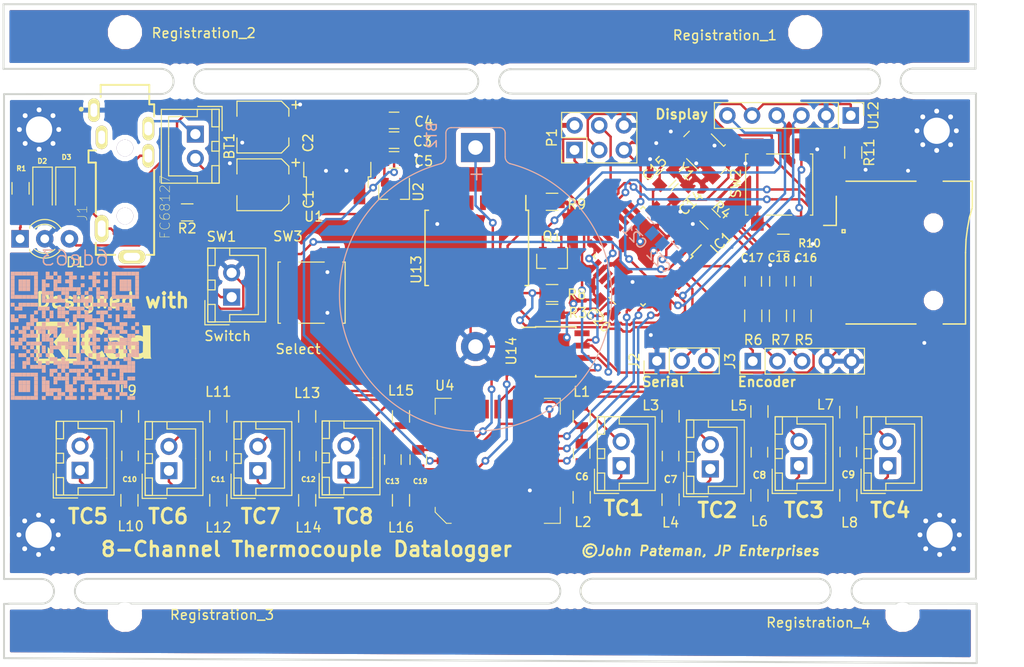
<source format=kicad_pcb>
(kicad_pcb (version 20171130) (host pcbnew "(5.0-dev-4122-gf60c251)")
  (title_block (title "8-Channel Thermocouple Logger") (date 2017-09-06) (rev fc8d01) (company "JP Enterprises"))
  (layers (0 F.Cu signal) (31 B.Cu signal) (34 B.Paste user) (35 F.Paste user) (36 B.SilkS user) (37 F.SilkS user) (38 B.Mask user) (39 F.Mask user) (44 Edge.Cuts user))
  (net 0 "")
  (net 1 "Net-(BT2-Pad1)")
  (net 2 GND)
  (net 3 5V0)
  (net 4 "/Thermocouple connectors/SB1")
  (net 5 "/Thermocouple connectors/SA1")
  (net 6 "/Thermocouple connectors/SA2")
  (net 7 "/Thermocouple connectors/SB2")
  (net 8 "/Thermocouple connectors/SB3")
  (net 9 "/Thermocouple connectors/SA3")
  (net 10 "/Thermocouple connectors/SB4")
  (net 11 "/Thermocouple connectors/SA4")
  (net 12 "/Thermocouple connectors/SB5")
  (net 13 "/Thermocouple connectors/SA5")
  (net 14 "/Thermocouple connectors/SB6")
  (net 15 "/Thermocouple connectors/SA6")
  (net 16 "/Thermocouple connectors/SA7")
  (net 17 "/Thermocouple connectors/SB7")
  (net 18 "/Thermocouple connectors/SA8")
  (net 19 "/Thermocouple connectors/SB8")
  (net 20 3V3)
  (net 21 ENC_SW)
  (net 22 ENC_A)
  (net 23 ENC_B/SW1)
  (net 24 DB_MUX)
  (net 25 DA_MUX)
  (net 26 9V0)
  (net 27 MISO)
  (net 28 SCK)
  (net 29 MOSI)
  (net 30 "Net-(D1-Pad3)")
  (net 31 "Net-(D1-Pad1)")
  (net 32 "Net-(L1-Pad2)")
  (net 33 "Net-(L2-Pad1)")
  (net 34 "Net-(L3-Pad2)")
  (net 35 "Net-(L4-Pad1)")
  (net 36 "Net-(L5-Pad2)")
  (net 37 "Net-(L6-Pad1)")
  (net 38 "Net-(L7-Pad2)")
  (net 39 "Net-(L8-Pad1)")
  (net 40 "Net-(L9-Pad2)")
  (net 41 "Net-(L10-Pad1)")
  (net 42 "Net-(L11-Pad2)")
  (net 43 "Net-(L12-Pad1)")
  (net 44 "Net-(L13-Pad2)")
  (net 45 "Net-(L14-Pad1)")
  (net 46 "Net-(L15-Pad2)")
  (net 47 "Net-(L16-Pad1)")
  (net 48 SCL)
  (net 49 SDA)
  (net 50 "Net-(Q1-Pad3)")
  (net 51 "Net-(D2-Pad2)")
  (net 52 "Net-(D3-Pad2)")
  (net 53 "Net-(Q1-Pad2)")
  (net 54 SS0)
  (net 55 Tx)
  (net 56 Rx)
  (net 57 B_LIGHT)
  (net 58 SLCT0)
  (net 59 SLCT1)
  (net 60 SLCT2)
  (net 61 "Net-(BT1-Pad2)")
  (net 62 "Net-(BT1-Pad1)")
  (net 63 "Net-(C14-Pad2)")
  (net 64 "Net-(C15-Pad2)")
  (net 65 RESET)
  (net 66 SS1)
  (net 67 "Net-(J3-Pad3)")
  (net 68 "Net-(J3-Pad2)")
  (net 69 "Net-(J3-Pad1)")
  (net 70 "Net-(R11-Pad1)")
  (net 71 "Net-(C21-Pad2)")
  (module jp_personal:CLIFF_FC68127 (layer F.Cu) (at 80.01 74.93)
    (fp_text reference J1 (at -4.38941 3.71373 90) (layer F.SilkS) (effects (font (size 1.00101 1.00101) (thickness 0.05))))
    (fp_text value FC68127 (at 4.1193 3.07822 90) (layer F.SilkS) (effects (font (size 1.00105 1.00105) (thickness 0.05))))
    (pad Hole thru_hole circle (at 0 4) (size 1.7 1.7) (drill 1.7) (layers *.Cu *.Mask))
    (pad Hole thru_hole circle (at 0 -3) (size 1.7 1.7) (drill 1.7) (layers *.Cu *.Mask))
    (pad 5 thru_hole oval (at 0.7 8.2 180) (size 2.8 1.4) (drill oval 1.7 0.8) (layers *.Cu *.Mask F.SilkS))
    (pad 3 thru_hole oval (at -2.4 5.3 90) (size 2.8 1.4) (drill oval 1.7 0.8) (layers *.Cu *.Mask F.SilkS) (net 52 "Net-(D3-Pad2)"))
    (pad 2 thru_hole oval (at 2.4 -2.2 90) (size 2.416 1.208) (drill oval 1.4 0.8) (layers *.Cu *.Mask F.SilkS) (net 51 "Net-(D2-Pad2)"))
    (pad 6 thru_hole oval (at -2.4 -4.1 90) (size 2.416 1.208) (drill oval 1.4 0.7) (layers *.Cu *.Mask F.SilkS))
    (pad 4 thru_hole oval (at 2.4 -5 90) (size 2.416 1.208) (drill oval 1.4 0.8) (layers *.Cu *.Mask F.SilkS) (net 62 "Net-(BT1-Pad1)"))
    (pad 1 thru_hole oval (at -3.2 -6.9 90) (size 2.416 1.208) (drill oval 1.4 0.7) (layers *.Cu *.Mask F.SilkS) (net 2 GND))
  )
  (module MountingHole:MountingHole_2.7mm_M2.5_Pad_Via (layer F.Cu) (at 71.1708 70.0278)
    (fp_text reference MK1 hide)
    (fp_text value Mounting_Hole)
    (pad 1 thru_hole circle (at 1.431891 -1.431891) (size 0.8 0.8) (drill 0.5) (layers *.Cu *.Mask) (net 2 GND))
    (pad 1 thru_hole circle (at 0 -2.025) (size 0.8 0.8) (drill 0.5) (layers *.Cu *.Mask) (net 2 GND))
    (pad 1 thru_hole circle (at -1.431891 -1.431891) (size 0.8 0.8) (drill 0.5) (layers *.Cu *.Mask) (net 2 GND))
    (pad 1 thru_hole circle (at -2.025 0) (size 0.8 0.8) (drill 0.5) (layers *.Cu *.Mask) (net 2 GND))
    (pad 1 thru_hole circle (at -1.431891 1.431891) (size 0.8 0.8) (drill 0.5) (layers *.Cu *.Mask) (net 2 GND))
    (pad 1 thru_hole circle (at 0 2.025) (size 0.8 0.8) (drill 0.5) (layers *.Cu *.Mask) (net 2 GND))
    (pad 1 thru_hole circle (at 1.431891 1.431891) (size 0.8 0.8) (drill 0.5) (layers *.Cu *.Mask) (net 2 GND))
    (pad 1 thru_hole circle (at 2.025 0) (size 0.8 0.8) (drill 0.5) (layers *.Cu *.Mask) (net 2 GND))
    (pad 1 thru_hole circle (at 0 0) (size 5.4 5.4) (drill 2.7) (layers *.Cu *.Mask) (net 2 GND))
  )
  (module MountingHole:MountingHole_2.7mm_M2.5_Pad_Via (layer F.Cu) (at 163.5252 70.1548)
    (fp_text reference MK2 hide)
    (fp_text value Mounting_Hole)
    (pad 1 thru_hole circle (at 1.431891 -1.431891) (size 0.8 0.8) (drill 0.5) (layers *.Cu *.Mask) (net 2 GND))
    (pad 1 thru_hole circle (at 0 -2.025) (size 0.8 0.8) (drill 0.5) (layers *.Cu *.Mask) (net 2 GND))
    (pad 1 thru_hole circle (at -1.431891 -1.431891) (size 0.8 0.8) (drill 0.5) (layers *.Cu *.Mask) (net 2 GND))
    (pad 1 thru_hole circle (at -2.025 0) (size 0.8 0.8) (drill 0.5) (layers *.Cu *.Mask) (net 2 GND))
    (pad 1 thru_hole circle (at -1.431891 1.431891) (size 0.8 0.8) (drill 0.5) (layers *.Cu *.Mask) (net 2 GND))
    (pad 1 thru_hole circle (at 0 2.025) (size 0.8 0.8) (drill 0.5) (layers *.Cu *.Mask) (net 2 GND))
    (pad 1 thru_hole circle (at 1.431891 1.431891) (size 0.8 0.8) (drill 0.5) (layers *.Cu *.Mask) (net 2 GND))
    (pad 1 thru_hole circle (at 2.025 0) (size 0.8 0.8) (drill 0.5) (layers *.Cu *.Mask) (net 2 GND))
    (pad 1 thru_hole circle (at 0 0) (size 5.4 5.4) (drill 2.7) (layers *.Cu *.Mask) (net 2 GND))
  )
  (module MountingHole:MountingHole_2.7mm_M2.5_Pad_Via (layer B.Cu) (at 71.12 111.76)
    (fp_text reference MK3 hide)
    (fp_text value Mounting_Hole)
    (pad 1 thru_hole circle (at 1.431891 1.431891) (size 0.8 0.8) (drill 0.5) (layers *.Cu *.Mask) (net 2 GND))
    (pad 1 thru_hole circle (at 0 2.025) (size 0.8 0.8) (drill 0.5) (layers *.Cu *.Mask) (net 2 GND))
    (pad 1 thru_hole circle (at -1.431891 1.431891) (size 0.8 0.8) (drill 0.5) (layers *.Cu *.Mask) (net 2 GND))
    (pad 1 thru_hole circle (at -2.025 0) (size 0.8 0.8) (drill 0.5) (layers *.Cu *.Mask) (net 2 GND))
    (pad 1 thru_hole circle (at -1.431891 -1.431891) (size 0.8 0.8) (drill 0.5) (layers *.Cu *.Mask) (net 2 GND))
    (pad 1 thru_hole circle (at 0 -2.025) (size 0.8 0.8) (drill 0.5) (layers *.Cu *.Mask) (net 2 GND))
    (pad 1 thru_hole circle (at 1.431891 -1.431891) (size 0.8 0.8) (drill 0.5) (layers *.Cu *.Mask) (net 2 GND))
    (pad 1 thru_hole circle (at 2.025 0) (size 0.8 0.8) (drill 0.5) (layers *.Cu *.Mask) (net 2 GND))
    (pad 1 thru_hole circle (at 0 0) (size 5.4 5.4) (drill 2.7) (layers *.Cu *.Mask) (net 2 GND))
  )
  (module MountingHole:MountingHole_2.7mm_M2.5_Pad_Via (layer B.Cu) (at 163.83 111.76)
    (fp_text reference MK4 hide)
    (fp_text value Mounting_Hole)
    (pad 1 thru_hole circle (at 1.431891 1.431891) (size 0.8 0.8) (drill 0.5) (layers *.Cu *.Mask) (net 2 GND))
    (pad 1 thru_hole circle (at 0 2.025) (size 0.8 0.8) (drill 0.5) (layers *.Cu *.Mask) (net 2 GND))
    (pad 1 thru_hole circle (at -1.431891 1.431891) (size 0.8 0.8) (drill 0.5) (layers *.Cu *.Mask) (net 2 GND))
    (pad 1 thru_hole circle (at -2.025 0) (size 0.8 0.8) (drill 0.5) (layers *.Cu *.Mask) (net 2 GND))
    (pad 1 thru_hole circle (at -1.431891 -1.431891) (size 0.8 0.8) (drill 0.5) (layers *.Cu *.Mask) (net 2 GND))
    (pad 1 thru_hole circle (at 0 -2.025) (size 0.8 0.8) (drill 0.5) (layers *.Cu *.Mask) (net 2 GND))
    (pad 1 thru_hole circle (at 1.431891 -1.431891) (size 0.8 0.8) (drill 0.5) (layers *.Cu *.Mask) (net 2 GND))
    (pad 1 thru_hole circle (at 2.025 0) (size 0.8 0.8) (drill 0.5) (layers *.Cu *.Mask) (net 2 GND))
    (pad 1 thru_hole circle (at 0 0) (size 5.4 5.4) (drill 2.7) (layers *.Cu *.Mask) (net 2 GND))
  )
  (module Crystals:Crystal_SMD_Abracon_ABM3B-4pin_5.0x3.2mm (layer F.Cu) (at 139.7 72.39 135)
    (fp_text reference Y1 (at 0 -2.8 135) (layer F.SilkS))
    (fp_text value Crystal_8MHz)
    (pad 4 smd rect (at -2 -1.200001 135) (size 1.8 1.2) (layers F.Cu F.Paste F.Mask) (net 2 GND))
    (pad 3 smd rect (at 2 -1.200001 135) (size 1.8 1.2) (layers F.Cu F.Paste F.Mask) (net 64 "Net-(C15-Pad2)"))
    (pad 2 smd rect (at 2 1.200001 135) (size 1.8 1.2) (layers F.Cu F.Paste F.Mask) (net 2 GND))
    (pad 1 smd rect (at -2 1.200001 135) (size 1.8 1.2) (layers F.Cu F.Paste F.Mask) (net 63 "Net-(C14-Pad2)"))
  )
  (module Capacitors_SMD:CP_Elec_5x5.3 (layer F.Cu) (at 94.2 75.692 180)
    (fp_text reference C1 (at -4.699 -1.524 270) (layer F.SilkS))
    (fp_text value 100uF)
    (fp_text user + (at -3.38 2.34 180) (layer F.SilkS))
    (pad 1 smd rect (at -2.2 0) (size 3 1.6) (layers F.Cu F.Paste F.Mask) (net 26 9V0))
    (pad 2 smd rect (at 2.2 0) (size 3 1.6) (layers F.Cu F.Paste F.Mask) (net 2 GND))
  )
  (module Connectors_JST:JST_XH_B02B-XH-A_02x2.50mm_Straight (layer F.Cu) (at 87.25 70.5 270)
    (fp_text reference BT1 (at 1.25 -3.5 270) (layer F.SilkS))
    (fp_text value Battery)
    (pad 1 thru_hole rect (at 0 0 270) (size 1.75 1.75) (drill 1.05) (layers *.Cu *.Mask) (net 62 "Net-(BT1-Pad1)"))
    (pad 2 thru_hole circle (at 2.5 0 270) (size 1.75 1.75) (drill 1.05) (layers *.Cu *.Mask) (net 61 "Net-(BT1-Pad2)"))
  )
  (module Diodes_SMD:D_SOD-123 (layer F.Cu) (at 71.5264 76.1492 270)
    (fp_text reference D2 (at -2.8702 0.0254) (layer F.SilkS) (effects (font (size 0.5 0.5) (thickness 0.125))))
    (fp_text value 1N4448W-7-F)
    (pad 2 smd rect (at 1.65 0 270) (size 0.9 1.2) (layers F.Cu F.Paste F.Mask) (net 51 "Net-(D2-Pad2)"))
    (pad 1 smd rect (at -1.65 0 270) (size 0.9 1.2) (layers F.Cu F.Paste F.Mask) (net 26 9V0))
  )
  (module LEDs:LED_D3.0mm-3 (layer F.Cu) (at 69.215 81.28)
    (fp_text reference D1 (at 5.715 2.413) (layer F.SilkS))
    (fp_text value LED_Dual_ACA)
    (pad 3 thru_hole circle (at 5.08 0) (size 1.8 1.8) (drill 0.9) (layers *.Cu *.Mask) (net 30 "Net-(D1-Pad3)"))
    (pad 2 thru_hole circle (at 2.54 0) (size 1.8 1.8) (drill 0.9) (layers *.Cu *.Mask) (net 2 GND))
    (pad 1 thru_hole rect (at 0 0) (size 1.8 1.8) (drill 0.9) (layers *.Cu *.Mask) (net 31 "Net-(D1-Pad1)"))
  )
  (module Mouse_Bites:mouse-bite-2.54mm-slot (layer F.Cu) (at 158.75 65.024)
    (fp_text reference mouse-bite-2.54mm-slot hide)
    (fp_text value VAL** hide)
    (pad "" np_thru_hole circle (at 0.8 1.1) (size 0.5 0.5) (drill 0.5) (layers *.Cu *.Mask))
    (pad "" np_thru_hole circle (at -0.8 1.1) (size 0.5 0.5) (drill 0.5) (layers *.Cu *.Mask))
    (pad "" np_thru_hole circle (at -0.8 -1.1) (size 0.5 0.5) (drill 0.5) (layers *.Cu *.Mask))
    (pad "" np_thru_hole circle (at 0.8 -1.1) (size 0.5 0.5) (drill 0.5) (layers *.Cu *.Mask))
    (pad "" np_thru_hole circle (at 0 1.1) (size 0.5 0.5) (drill 0.5) (layers *.Cu *.Mask))
    (pad "" np_thru_hole circle (at 0 -1.1) (size 0.5 0.5) (drill 0.5) (layers *.Cu *.Mask))
  )
  (module Alignment_Fixtures:Alignment_Hole_2.5mm (layer F.Cu) (at 80 60)
    (fp_text reference Registration_2 (at 8.1126 0.0964) (layer F.SilkS))
    (fp_text value Alignment_Hole_2.5mm)
    (pad "" np_thru_hole circle (at 0 0) (size 2.5 2.5) (drill 2.5) (layers *.Cu *.Paste *.Mask))
  )
  (module Alignment_Fixtures:Alignment_Hole_2.5mm (layer F.Cu) (at 150 60)
    (fp_text reference Registration_1 (at -8.268 0.325) (layer F.SilkS))
    (fp_text value Alignment_Hole_2.5mm)
    (pad "" np_thru_hole circle (at 0 0) (size 2.5 2.5) (drill 2.5) (layers *.Cu *.Paste *.Mask))
  )
  (module Alignment_Fixtures:Alignment_Hole_2.5mm (layer F.Cu) (at 80 120)
    (fp_text reference Registration_3 (at 10 0) (layer F.SilkS))
    (fp_text value Alignment_Hole_2.5mm)
    (pad "" np_thru_hole circle (at 0 0) (size 2.5 2.5) (drill 2.5) (layers *.Cu *.Paste *.Mask))
  )
  (module Mouse_Bites:mouse-bite-2.54mm-slot (layer F.Cu) (at 153.6955 117.5434)
    (fp_text reference mouse-bite-2.54mm-slot hide)
    (fp_text value VAL** hide)
    (pad "" np_thru_hole circle (at 0.8 1.1) (size 0.5 0.5) (drill 0.5) (layers *.Cu *.Mask))
    (pad "" np_thru_hole circle (at -0.8 1.1) (size 0.5 0.5) (drill 0.5) (layers *.Cu *.Mask))
    (pad "" np_thru_hole circle (at -0.8 -1.1) (size 0.5 0.5) (drill 0.5) (layers *.Cu *.Mask))
    (pad "" np_thru_hole circle (at 0.8 -1.1) (size 0.5 0.5) (drill 0.5) (layers *.Cu *.Mask))
    (pad "" np_thru_hole circle (at 0 1.1) (size 0.5 0.5) (drill 0.5) (layers *.Cu *.Mask))
    (pad "" np_thru_hole circle (at 0 -1.1) (size 0.5 0.5) (drill 0.5) (layers *.Cu *.Mask))
  )
  (module Mouse_Bites:mouse-bite-2.54mm-slot (layer F.Cu) (at 73.787 117.5639)
    (fp_text reference mouse-bite-2.54mm-slot hide)
    (fp_text value VAL** hide)
    (pad "" np_thru_hole circle (at 0.8 1.1) (size 0.5 0.5) (drill 0.5) (layers *.Cu *.Mask))
    (pad "" np_thru_hole circle (at -0.8 1.1) (size 0.5 0.5) (drill 0.5) (layers *.Cu *.Mask))
    (pad "" np_thru_hole circle (at -0.8 -1.1) (size 0.5 0.5) (drill 0.5) (layers *.Cu *.Mask))
    (pad "" np_thru_hole circle (at 0.8 -1.1) (size 0.5 0.5) (drill 0.5) (layers *.Cu *.Mask))
    (pad "" np_thru_hole circle (at 0 1.1) (size 0.5 0.5) (drill 0.5) (layers *.Cu *.Mask))
    (pad "" np_thru_hole circle (at 0 -1.1) (size 0.5 0.5) (drill 0.5) (layers *.Cu *.Mask))
  )
  (module Mouse_Bites:mouse-bite-2.54mm-slot (layer F.Cu) (at 125.8697 117.5639)
    (fp_text reference mouse-bite-2.54mm-slot hide)
    (fp_text value VAL** hide)
    (pad "" np_thru_hole circle (at 0.8 1.1) (size 0.5 0.5) (drill 0.5) (layers *.Cu *.Mask))
    (pad "" np_thru_hole circle (at -0.8 1.1) (size 0.5 0.5) (drill 0.5) (layers *.Cu *.Mask))
    (pad "" np_thru_hole circle (at -0.8 -1.1) (size 0.5 0.5) (drill 0.5) (layers *.Cu *.Mask))
    (pad "" np_thru_hole circle (at 0.8 -1.1) (size 0.5 0.5) (drill 0.5) (layers *.Cu *.Mask))
    (pad "" np_thru_hole circle (at 0 1.1) (size 0.5 0.5) (drill 0.5) (layers *.Cu *.Mask))
    (pad "" np_thru_hole circle (at 0 -1.1) (size 0.5 0.5) (drill 0.5) (layers *.Cu *.Mask))
  )
  (module Mouse_Bites:mouse-bite-2.54mm-slot (layer F.Cu) (at 86.0298 65.0748)
    (fp_text reference mouse-bite-2.54mm-slot hide)
    (fp_text value VAL** hide)
    (pad "" np_thru_hole circle (at 0.8 1.1) (size 0.5 0.5) (drill 0.5) (layers *.Cu *.Mask))
    (pad "" np_thru_hole circle (at -0.8 1.1) (size 0.5 0.5) (drill 0.5) (layers *.Cu *.Mask))
    (pad "" np_thru_hole circle (at -0.8 -1.1) (size 0.5 0.5) (drill 0.5) (layers *.Cu *.Mask))
    (pad "" np_thru_hole circle (at 0.8 -1.1) (size 0.5 0.5) (drill 0.5) (layers *.Cu *.Mask))
    (pad "" np_thru_hole circle (at 0 1.1) (size 0.5 0.5) (drill 0.5) (layers *.Cu *.Mask))
    (pad "" np_thru_hole circle (at 0 -1.1) (size 0.5 0.5) (drill 0.5) (layers *.Cu *.Mask))
  )
  (module Mouse_Bites:mouse-bite-2.54mm-slot (layer F.Cu) (at 117.4242 65.0748)
    (fp_text reference mouse-bite-2.54mm-slot hide)
    (fp_text value VAL** hide)
    (pad "" np_thru_hole circle (at 0.8 1.1) (size 0.5 0.5) (drill 0.5) (layers *.Cu *.Mask))
    (pad "" np_thru_hole circle (at -0.8 1.1) (size 0.5 0.5) (drill 0.5) (layers *.Cu *.Mask))
    (pad "" np_thru_hole circle (at -0.8 -1.1) (size 0.5 0.5) (drill 0.5) (layers *.Cu *.Mask))
    (pad "" np_thru_hole circle (at 0.8 -1.1) (size 0.5 0.5) (drill 0.5) (layers *.Cu *.Mask))
    (pad "" np_thru_hole circle (at 0 1.1) (size 0.5 0.5) (drill 0.5) (layers *.Cu *.Mask))
    (pad "" np_thru_hole circle (at 0 -1.1) (size 0.5 0.5) (drill 0.5) (layers *.Cu *.Mask))
  )
  (module Alignment_Fixtures:Alignment_Hole_2.5mm (layer F.Cu) (at 160 120)
    (fp_text reference Registration_4 (at -8.65 0.8) (layer F.SilkS))
    (fp_text value Alignment_Hole_2.5mm)
    (pad "" np_thru_hole circle (at 0 0) (size 2.5 2.5) (drill 2.5) (layers *.Cu *.Paste *.Mask))
  )
  (module 6de63 (layer F.Cu) (at 74.8538 91.2622)
    (fp_text reference QR***** hide)
    (fp_text value 6de63 (at 0 -8) (layer B.SilkS) (effects (font (size 1.524 1.524)) (justify mirror)))
  )
  (module Symbols:Symbol_KiCAD-Logo_CopperAndSilkScreenTop (layer F.Cu) (at 76.7842 91.7702)
    (fp_text reference REF** hide)
    (fp_text value "KiCAD Logo" hide)
  )
  (module Buttons_Switches_SMD:SW_SPST_B3S-1000 (layer F.Cu) (at 147.32 75.692 90)
    (fp_text reference SW2 (at 0.127 -4.445 90) (layer F.SilkS))
    (fp_text value SW_PUSH)
    (pad 2 smd rect (at 3.975 2.25 90) (size 1.55 1.3) (layers F.Cu F.Paste F.Mask) (net 70 "Net-(R11-Pad1)"))
    (pad 2 smd rect (at -3.975 2.25 90) (size 1.55 1.3) (layers F.Cu F.Paste F.Mask) (net 70 "Net-(R11-Pad1)"))
    (pad 1 smd rect (at 3.975 -2.25 90) (size 1.55 1.3) (layers F.Cu F.Paste F.Mask) (net 65 RESET))
    (pad 1 smd rect (at -3.975 -2.25 90) (size 1.55 1.3) (layers F.Cu F.Paste F.Mask) (net 65 RESET))
  )
  (module Housings_QFP:TQFP-32_7x7mm_Pitch0.8mm (layer F.Cu) (at 133.316973 83.076363 225)
    (fp_text reference IC1 (at -6.681728 -4.680102 225) (layer F.SilkS))
    (fp_text value ATMEGA328-P)
    (pad 32 smd rect (at -2.8 -4.25 315) (size 1.6 0.55) (layers F.Cu F.Paste F.Mask) (net 22 ENC_A))
    (pad 31 smd rect (at -2 -4.25 315) (size 1.6 0.55) (layers F.Cu F.Paste F.Mask) (net 55 Tx))
    (pad 30 smd rect (at -1.2 -4.25 315) (size 1.6 0.55) (layers F.Cu F.Paste F.Mask) (net 56 Rx))
    (pad 29 smd rect (at -0.4 -4.25 315) (size 1.6 0.55) (layers F.Cu F.Paste F.Mask) (net 65 RESET))
    (pad 28 smd rect (at 0.4 -4.25 315) (size 1.6 0.55) (layers F.Cu F.Paste F.Mask) (net 48 SCL))
    (pad 27 smd rect (at 1.2 -4.25 315) (size 1.6 0.55) (layers F.Cu F.Paste F.Mask) (net 49 SDA))
    (pad 26 smd rect (at 2 -4.25 315) (size 1.6 0.55) (layers F.Cu F.Paste F.Mask) (net 60 SLCT2))
    (pad 25 smd rect (at 2.8 -4.25 315) (size 1.6 0.55) (layers F.Cu F.Paste F.Mask) (net 59 SLCT1))
    (pad 24 smd rect (at 4.25 -2.8 225) (size 1.6 0.55) (layers F.Cu F.Paste F.Mask) (net 58 SLCT0))
    (pad 23 smd rect (at 4.25 -2 225) (size 1.6 0.55) (layers F.Cu F.Paste F.Mask) (net 57 B_LIGHT))
    (pad 22 smd rect (at 4.25 -1.2 225) (size 1.6 0.55) (layers F.Cu F.Paste F.Mask))
    (pad 21 smd rect (at 4.25 -0.4 225) (size 1.6 0.55) (layers F.Cu F.Paste F.Mask) (net 2 GND))
    (pad 20 smd rect (at 4.25 0.4 225) (size 1.6 0.55) (layers F.Cu F.Paste F.Mask))
    (pad 19 smd rect (at 4.25 1.2 225) (size 1.6 0.55) (layers F.Cu F.Paste F.Mask))
    (pad 18 smd rect (at 4.25 2 225) (size 1.6 0.55) (layers F.Cu F.Paste F.Mask) (net 20 3V3))
    (pad 17 smd rect (at 4.25 2.8 225) (size 1.6 0.55) (layers F.Cu F.Paste F.Mask) (net 28 SCK))
    (pad 16 smd rect (at 2.8 4.25 315) (size 1.6 0.55) (layers F.Cu F.Paste F.Mask) (net 27 MISO))
    (pad 15 smd rect (at 2 4.25 315) (size 1.6 0.55) (layers F.Cu F.Paste F.Mask) (net 29 MOSI))
    (pad 14 smd rect (at 1.2 4.25 315) (size 1.6 0.55) (layers F.Cu F.Paste F.Mask) (net 66 SS1))
    (pad 13 smd rect (at 0.4 4.25 315) (size 1.6 0.55) (layers F.Cu F.Paste F.Mask))
    (pad 12 smd rect (at -0.4 4.25 315) (size 1.6 0.55) (layers F.Cu F.Paste F.Mask) (net 54 SS0))
    (pad 11 smd rect (at -1.2 4.25 315) (size 1.6 0.55) (layers F.Cu F.Paste F.Mask))
    (pad 10 smd rect (at -2 4.25 315) (size 1.6 0.55) (layers F.Cu F.Paste F.Mask))
    (pad 9 smd rect (at -2.8 4.25 315) (size 1.6 0.55) (layers F.Cu F.Paste F.Mask))
    (pad 8 smd rect (at -4.25 2.8 225) (size 1.6 0.55) (layers F.Cu F.Paste F.Mask) (net 64 "Net-(C15-Pad2)"))
    (pad 7 smd rect (at -4.25 2 225) (size 1.6 0.55) (layers F.Cu F.Paste F.Mask) (net 63 "Net-(C14-Pad2)"))
    (pad 6 smd rect (at -4.25 1.2 225) (size 1.6 0.55) (layers F.Cu F.Paste F.Mask) (net 20 3V3))
    (pad 5 smd rect (at -4.25 0.4 225) (size 1.6 0.55) (layers F.Cu F.Paste F.Mask) (net 2 GND))
    (pad 4 smd rect (at -4.25 -0.4 225) (size 1.6 0.55) (layers F.Cu F.Paste F.Mask) (net 20 3V3))
    (pad 3 smd rect (at -4.25 -1.2 225) (size 1.6 0.55) (layers F.Cu F.Paste F.Mask) (net 2 GND))
    (pad 2 smd rect (at -4.25 -2 225) (size 1.6 0.55) (layers F.Cu F.Paste F.Mask) (net 21 ENC_SW))
    (pad 1 smd rect (at -4.25 -2.8 225) (size 1.6 0.55) (layers F.Cu F.Paste F.Mask) (net 23 ENC_B/SW1))
  )
  (module jp_personal:Conn_uSDcard (layer F.Cu) (at 163.195 82.7 90)
    (fp_text reference CON1)
    (fp_text value SD_Card)
    (pad 3 smd rect (at 0 -10.5 90) (size 0.7 1.6) (layers F.Cu F.Paste F.Mask) (net 2 GND))
    (pad "" np_thru_hole circle (at -4.93 0 90) (size 1 1) (drill 1) (layers *.Cu))
    (pad "" np_thru_hole circle (at 3.05 0 90) (size 1 1) (drill 1) (layers *.Cu))
    (pad 2 smd rect (at 1.1 -10.5 90) (size 0.7 1.6) (layers F.Cu F.Paste F.Mask) (net 29 MOSI))
    (pad 1 smd rect (at 2.2 -10.5 90) (size 0.7 1.6) (layers F.Cu F.Paste F.Mask) (net 54 SS0))
    (pad 4 smd rect (at -1.1 -10.5 90) (size 0.7 1.6) (layers F.Cu F.Paste F.Mask) (net 20 3V3))
    (pad 5 smd rect (at -2.2 -10.5 90) (size 0.7 1.6) (layers F.Cu F.Paste F.Mask) (net 28 SCK))
    (pad 6 smd rect (at -3.3 -10.5 90) (size 0.7 1.6) (layers F.Cu F.Paste F.Mask) (net 2 GND))
    (pad 8 smd rect (at -5.5 -10.5 90) (size 0.7 1.6) (layers F.Cu F.Paste F.Mask))
    (pad 7 smd rect (at -4.4 -10.5 90) (size 0.7 1.6) (layers F.Cu F.Paste F.Mask) (net 27 MISO))
    (pad 9 smd rect (at -6.6 -10.5 90) (size 0.7 1.6) (layers F.Cu F.Paste F.Mask))
    (pad 6 smd rect (at -7.75 -10 90) (size 1.2 1.4) (layers F.Cu F.Paste F.Mask) (net 2 GND))
    (pad 6 smd rect (at 6.85 -10 90) (size 1.6 1.4) (layers F.Cu F.Paste F.Mask) (net 2 GND))
    (pad 6 smd rect (at -7.75 -0.4 90) (size 1.2 2.2) (layers F.Cu F.Paste F.Mask) (net 2 GND))
    (pad 6 smd rect (at 7.75 -0.4 90) (size 1.2 2.2) (layers F.Cu F.Paste F.Mask) (net 2 GND))
  )
  (module Connectors_JST:JST_XH_B02B-XH-A_02x2.50mm_Straight (layer F.Cu) (at 90.9828 87.2852 90)
    (fp_text reference SW1 (at 6.223 -1.0414 180) (layer F.SilkS))
    (fp_text value SW_SPST)
    (pad 2 thru_hole circle (at 2.5 0 90) (size 1.75 1.75) (drill 1.05) (layers *.Cu *.Mask) (net 2 GND))
    (pad 1 thru_hole rect (at 0 0 90) (size 1.75 1.75) (drill 1.05) (layers *.Cu *.Mask) (net 61 "Net-(BT1-Pad2)"))
  )
  (module Pin_Headers:Pin_Header_Straight_2x03_Pitch2.54mm (layer F.Cu) (at 126.2634 72.136 90)
    (fp_text reference P1 (at 1.27 -2.33 90) (layer F.SilkS))
    (fp_text value CONN_02X03)
    (pad 6 thru_hole oval (at 2.54 5.08 90) (size 1.7 1.7) (drill 1) (layers *.Cu *.Mask) (net 2 GND))
    (pad 5 thru_hole oval (at 0 5.08 90) (size 1.7 1.7) (drill 1) (layers *.Cu *.Mask) (net 65 RESET))
    (pad 4 thru_hole oval (at 2.54 2.54 90) (size 1.7 1.7) (drill 1) (layers *.Cu *.Mask) (net 29 MOSI))
    (pad 3 thru_hole oval (at 0 2.54 90) (size 1.7 1.7) (drill 1) (layers *.Cu *.Mask) (net 28 SCK))
    (pad 2 thru_hole oval (at 2.54 0 90) (size 1.7 1.7) (drill 1) (layers *.Cu *.Mask) (net 20 3V3))
    (pad 1 thru_hole rect (at 0 0 90) (size 1.7 1.7) (drill 1) (layers *.Cu *.Mask) (net 27 MISO))
  )
  (module Battery_Holders:Keystone_106_1x20mm-CoinCell (layer B.Cu) (at 116.078 71.882 270)
    (fp_text reference BT2 (at -1.25 4.5 270) (layer B.SilkS) (effects (justify mirror)))
    (fp_text value "3V [CR2032]")
    (fp_text user + (at 2.75 0 270) (layer B.SilkS) (effects (font (size 1.5 1.5)) (justify mirror)))
    (pad 1 thru_hole rect (at 0 0 270) (size 3 3) (drill 1.5) (layers *.Cu *.Mask) (net 1 "Net-(BT2-Pad1)"))
    (pad 2 thru_hole circle (at 20.49 0 270) (size 3 3) (drill 1.5) (layers *.Cu *.Mask) (net 2 GND))
  )
  (module Capacitors_SMD:C_0805 (layer F.Cu) (at 137.177773 76.548563 225)
    (fp_text reference C14 (at 0 -1.5 225) (layer F.SilkS))
    (fp_text value 10nF)
    (pad 1 smd rect (at -1 0 225) (size 1 1.25) (layers F.Cu F.Paste F.Mask) (net 2 GND))
    (pad 2 smd rect (at 1 0 225) (size 1 1.25) (layers F.Cu F.Paste F.Mask) (net 63 "Net-(C14-Pad2)"))
  )
  (module Capacitors_SMD:C_0805 (layer F.Cu) (at 135.729973 74.999163 225)
    (fp_text reference C15 (at 0.197148 1.552196 225) (layer F.SilkS))
    (fp_text value 10nF)
    (pad 2 smd rect (at 1 0 225) (size 1 1.25) (layers F.Cu F.Paste F.Mask) (net 64 "Net-(C15-Pad2)"))
    (pad 1 smd rect (at -1 0 225) (size 1 1.25) (layers F.Cu F.Paste F.Mask) (net 2 GND))
  )
  (module Housings_SOIC:SOIC-16W_7.5x10.3mm_Pitch1.27mm (layer F.Cu) (at 116.205 82.218 270)
    (fp_text reference U13 (at 2.237 6.223 270) (layer F.SilkS))
    (fp_text value DS3231)
    (pad 16 smd rect (at 4.65 -4.445 270) (size 1.5 0.6) (layers F.Cu F.Paste F.Mask) (net 48 SCL))
    (pad 15 smd rect (at 4.65 -3.175 270) (size 1.5 0.6) (layers F.Cu F.Paste F.Mask) (net 49 SDA))
    (pad 14 smd rect (at 4.65 -1.905 270) (size 1.5 0.6) (layers F.Cu F.Paste F.Mask) (net 1 "Net-(BT2-Pad1)"))
    (pad 13 smd rect (at 4.65 -0.635 270) (size 1.5 0.6) (layers F.Cu F.Paste F.Mask) (net 2 GND))
    (pad 12 smd rect (at 4.65 0.635 270) (size 1.5 0.6) (layers F.Cu F.Paste F.Mask) (net 2 GND))
    (pad 11 smd rect (at 4.65 1.905 270) (size 1.5 0.6) (layers F.Cu F.Paste F.Mask) (net 2 GND))
    (pad 10 smd rect (at 4.65 3.175 270) (size 1.5 0.6) (layers F.Cu F.Paste F.Mask) (net 2 GND))
    (pad 9 smd rect (at 4.65 4.445 270) (size 1.5 0.6) (layers F.Cu F.Paste F.Mask) (net 2 GND))
    (pad 8 smd rect (at -4.65 4.445 270) (size 1.5 0.6) (layers F.Cu F.Paste F.Mask) (net 2 GND))
    (pad 7 smd rect (at -4.65 3.175 270) (size 1.5 0.6) (layers F.Cu F.Paste F.Mask) (net 2 GND))
    (pad 6 smd rect (at -4.65 1.905 270) (size 1.5 0.6) (layers F.Cu F.Paste F.Mask) (net 2 GND))
    (pad 5 smd rect (at -4.65 0.635 270) (size 1.5 0.6) (layers F.Cu F.Paste F.Mask) (net 2 GND))
    (pad 4 smd rect (at -4.65 -0.635 270) (size 1.5 0.6) (layers F.Cu F.Paste F.Mask))
    (pad 3 smd rect (at -4.65 -1.905 270) (size 1.5 0.6) (layers F.Cu F.Paste F.Mask))
    (pad 2 smd rect (at -4.65 -3.175 270) (size 1.5 0.6) (layers F.Cu F.Paste F.Mask) (net 20 3V3))
    (pad 1 smd rect (at -4.65 -4.445 270) (size 1.5 0.6) (layers F.Cu F.Paste F.Mask))
  )
  (module Capacitors_SMD:C_0805 (layer F.Cu) (at 149.733 85.6488 90)
    (fp_text reference C16 (at 2.413 0.3302 180) (layer F.SilkS) (effects (font (size 0.8 0.8))))
    (fp_text value 100nF)
    (pad 2 smd rect (at 1 0 90) (size 1 1.25) (layers F.Cu F.Paste F.Mask) (net 2 GND))
    (pad 1 smd rect (at -1 0 90) (size 1 1.25) (layers F.Cu F.Paste F.Mask) (net 21 ENC_SW))
  )
  (module Capacitors_SMD:C_0805 (layer F.Cu) (at 144.653 85.6648 90)
    (fp_text reference C17 (at 2.429 -0.127 180) (layer F.SilkS) (effects (font (size 0.8 0.8))))
    (fp_text value 100nF)
    (pad 1 smd rect (at -1 0 90) (size 1 1.25) (layers F.Cu F.Paste F.Mask) (net 22 ENC_A))
    (pad 2 smd rect (at 1 0 90) (size 1 1.25) (layers F.Cu F.Paste F.Mask) (net 2 GND))
  )
  (module Resistors_SMD:R_0805 (layer F.Cu) (at 149.733 89.2048 90)
    (fp_text reference R5 (at -2.4892 0.127 180) (layer F.SilkS))
    (fp_text value 22k)
    (pad 2 smd rect (at 0.95 0 90) (size 0.7 1.3) (layers F.Cu F.Paste F.Mask) (net 21 ENC_SW))
    (pad 1 smd rect (at -0.95 0 90) (size 0.7 1.3) (layers F.Cu F.Paste F.Mask) (net 69 "Net-(J3-Pad1)"))
  )
  (module Resistors_SMD:R_0805 (layer F.Cu) (at 144.653 89.2048 90)
    (fp_text reference R6 (at -2.4892 0 180) (layer F.SilkS))
    (fp_text value 22k)
    (pad 1 smd rect (at -0.95 0 90) (size 0.7 1.3) (layers F.Cu F.Paste F.Mask) (net 68 "Net-(J3-Pad2)"))
    (pad 2 smd rect (at 0.95 0 90) (size 0.7 1.3) (layers F.Cu F.Paste F.Mask) (net 22 ENC_A))
  )
  (module Resistors_SMD:R_0805 (layer F.Cu) (at 147.193 89.2048 90)
    (fp_text reference R7 (at -2.4892 0.254 180) (layer F.SilkS))
    (fp_text value 22k)
    (pad 1 smd rect (at -0.95 0 90) (size 0.7 1.3) (layers F.Cu F.Paste F.Mask) (net 67 "Net-(J3-Pad3)"))
    (pad 2 smd rect (at 0.95 0 90) (size 0.7 1.3) (layers F.Cu F.Paste F.Mask) (net 23 ENC_B/SW1))
  )
  (module Capacitors_SMD:C_0805 (layer F.Cu) (at 147.193 85.6488 90)
    (fp_text reference C18 (at 2.413 0.1016 180) (layer F.SilkS) (effects (font (size 0.8 0.8))))
    (fp_text value 100nF)
    (pad 2 smd rect (at 1 0 90) (size 1 1.25) (layers F.Cu F.Paste F.Mask) (net 2 GND))
    (pad 1 smd rect (at -1 0 90) (size 1 1.25) (layers F.Cu F.Paste F.Mask) (net 23 ENC_B/SW1))
  )
  (module Pin_Headers:Pin_Header_Straight_1x05_Pitch2.54mm (layer F.Cu) (at 144.6022 93.8784 90)
    (fp_text reference J3 (at 0 -2.33 90) (layer F.SilkS))
    (fp_text value CONN_01X05)
    (pad 5 thru_hole oval (at 0 10.16 90) (size 1.7 1.7) (drill 1) (layers *.Cu *.Mask) (net 2 GND))
    (pad 4 thru_hole oval (at 0 7.62 90) (size 1.7 1.7) (drill 1) (layers *.Cu *.Mask) (net 2 GND))
    (pad 3 thru_hole oval (at 0 5.08 90) (size 1.7 1.7) (drill 1) (layers *.Cu *.Mask) (net 67 "Net-(J3-Pad3)"))
    (pad 2 thru_hole oval (at 0 2.54 90) (size 1.7 1.7) (drill 1) (layers *.Cu *.Mask) (net 68 "Net-(J3-Pad2)"))
    (pad 1 thru_hole rect (at 0 0 90) (size 1.7 1.7) (drill 1) (layers *.Cu *.Mask) (net 69 "Net-(J3-Pad1)"))
  )
  (module Inductors_SMD:L_0805 (layer F.Cu) (at 127 107.8992 90)
    (fp_text reference L2 (at -2.54 0.127 180) (layer F.SilkS))
    (fp_text value Ferrite_Bead_Small)
    (pad 2 smd rect (at 0.95 0 90) (size 0.7 1.3) (layers F.Cu F.Paste F.Mask) (net 4 "/Thermocouple connectors/SB1"))
    (pad 1 smd rect (at -0.95 0 90) (size 0.7 1.3) (layers F.Cu F.Paste F.Mask) (net 33 "Net-(L2-Pad1)"))
  )
  (module Inductors_SMD:L_0805 (layer F.Cu) (at 98.7552 108.204 90)
    (fp_text reference L14 (at -2.794 0.127 180) (layer F.SilkS))
    (fp_text value Ferrite_Bead_Small)
    (pad 1 smd rect (at -0.95 0 90) (size 0.7 1.3) (layers F.Cu F.Paste F.Mask) (net 45 "Net-(L14-Pad1)"))
    (pad 2 smd rect (at 0.95 0 90) (size 0.7 1.3) (layers F.Cu F.Paste F.Mask) (net 17 "/Thermocouple connectors/SB7"))
  )
  (module Connectors_JST:JST_XH_B02B-XH-A_02x2.50mm_Straight (layer F.Cu) (at 140.2334 104.9782 90)
    (fp_text reference U5 hide)
    (fp_text value TC_Connector)
    (pad 1 thru_hole rect (at 0 0 90) (size 1.75 1.75) (drill 1.05) (layers *.Cu *.Mask) (net 35 "Net-(L4-Pad1)"))
    (pad 2 thru_hole circle (at 2.5 0 90) (size 1.75 1.75) (drill 1.05) (layers *.Cu *.Mask) (net 34 "Net-(L3-Pad2)"))
  )
  (module Housings_LCC:PLCC-28 (layer F.Cu) (at 118.364 104.14 90)
    (fp_text reference U4 (at 7.747 -5.461 180) (layer F.SilkS))
    (fp_text value ADG407BPZ)
    (pad 25 smd rect (at 5.3225 -3.81 90) (size 1.925 0.7) (layers F.Cu F.Paste F.Mask) (net 16 "/Thermocouple connectors/SA7"))
    (pad 24 smd rect (at 5.3225 -2.54 90) (size 1.925 0.7) (layers F.Cu F.Paste F.Mask) (net 15 "/Thermocouple connectors/SA6"))
    (pad 23 smd rect (at 5.3225 -1.27 90) (size 1.925 0.7) (layers F.Cu F.Paste F.Mask) (net 13 "/Thermocouple connectors/SA5"))
    (pad 22 smd rect (at 5.3225 0 90) (size 1.925 0.7) (layers F.Cu F.Paste F.Mask) (net 11 "/Thermocouple connectors/SA4"))
    (pad 21 smd rect (at 5.3225 1.27 90) (size 1.925 0.7) (layers F.Cu F.Paste F.Mask) (net 9 "/Thermocouple connectors/SA3"))
    (pad 20 smd rect (at 5.3225 2.54 90) (size 1.925 0.7) (layers F.Cu F.Paste F.Mask) (net 6 "/Thermocouple connectors/SA2"))
    (pad 19 smd rect (at 5.3225 3.81 90) (size 1.925 0.7) (layers F.Cu F.Paste F.Mask) (net 5 "/Thermocouple connectors/SA1"))
    (pad 18 smd rect (at 3.81 5.3225 90) (size 0.7 1.925) (layers F.Cu F.Paste F.Mask) (net 3 5V0))
    (pad 17 smd rect (at 2.54 5.3225 90) (size 0.7 1.925) (layers F.Cu F.Paste F.Mask) (net 58 SLCT0))
    (pad 16 smd rect (at 1.27 5.3225 90) (size 0.7 1.925) (layers F.Cu F.Paste F.Mask) (net 59 SLCT1))
    (pad 15 smd rect (at 0 5.3225 90) (size 0.7 1.925) (layers F.Cu F.Paste F.Mask) (net 60 SLCT2))
    (pad 14 smd rect (at -1.27 5.3225 90) (size 0.7 1.925) (layers F.Cu F.Paste F.Mask))
    (pad 13 smd rect (at -2.54 5.3225 90) (size 0.7 1.925) (layers F.Cu F.Paste F.Mask))
    (pad 12 smd rect (at -3.81 5.3225 90) (size 0.7 1.925) (layers F.Cu F.Paste F.Mask) (net 2 GND))
    (pad 11 smd rect (at -5.3225 3.81 90) (size 1.925 0.7) (layers F.Cu F.Paste F.Mask) (net 4 "/Thermocouple connectors/SB1"))
    (pad 10 smd rect (at -5.3225 2.54 90) (size 1.925 0.7) (layers F.Cu F.Paste F.Mask) (net 7 "/Thermocouple connectors/SB2"))
    (pad 9 smd rect (at -5.3225 1.27 90) (size 1.925 0.7) (layers F.Cu F.Paste F.Mask) (net 8 "/Thermocouple connectors/SB3"))
    (pad 8 smd rect (at -5.3225 0 90) (size 1.925 0.7) (layers F.Cu F.Paste F.Mask) (net 10 "/Thermocouple connectors/SB4"))
    (pad 7 smd rect (at -5.3225 -1.27 90) (size 1.925 0.7) (layers F.Cu F.Paste F.Mask) (net 12 "/Thermocouple connectors/SB5"))
    (pad 6 smd rect (at -5.3225 -2.54 90) (size 1.925 0.7) (layers F.Cu F.Paste F.Mask) (net 14 "/Thermocouple connectors/SB6"))
    (pad 5 smd rect (at -5.3225 -3.81 90) (size 1.925 0.7) (layers F.Cu F.Paste F.Mask) (net 17 "/Thermocouple connectors/SB7"))
    (pad 26 smd rect (at 3.81 -5.3225 90) (size 0.7 1.925) (layers F.Cu F.Paste F.Mask) (net 18 "/Thermocouple connectors/SA8"))
    (pad 27 smd rect (at 2.54 -5.3225 90) (size 0.7 1.925) (layers F.Cu F.Paste F.Mask))
    (pad 28 smd rect (at 1.27 -5.3225 90) (size 0.7 1.925) (layers F.Cu F.Paste F.Mask) (net 25 DA_MUX))
    (pad 4 smd rect (at -3.81 -5.3225 90) (size 0.7 1.925) (layers F.Cu F.Paste F.Mask) (net 19 "/Thermocouple connectors/SB8"))
    (pad 3 smd rect (at -2.54 -5.3225 90) (size 0.7 1.925) (layers F.Cu F.Paste F.Mask))
    (pad 2 smd rect (at -1.27 -5.3225 90) (size 0.7 1.925) (layers F.Cu F.Paste F.Mask) (net 24 DB_MUX))
    (pad 1 smd rect (at 0 -5.3225 90) (size 0.7 1.925) (layers F.Cu F.Paste F.Mask) (net 3 5V0))
  )
  (module Inductors_SMD:L_0805 (layer F.Cu) (at 136.144 99.552 90)
    (fp_text reference L3 (at 1.127 -2.032 180) (layer F.SilkS))
    (fp_text value Ferrite_Bead_Small)
    (pad 1 smd rect (at -0.95 0 90) (size 0.7 1.3) (layers F.Cu F.Paste F.Mask) (net 6 "/Thermocouple connectors/SA2"))
    (pad 2 smd rect (at 0.95 0 90) (size 0.7 1.3) (layers F.Cu F.Paste F.Mask) (net 34 "Net-(L3-Pad2)"))
  )
  (module Capacitors_SMD:C_0805 (layer F.Cu) (at 107.696 71.12 180)
    (fp_text reference C3 (at -2.921 -0.127 180) (layer F.SilkS))
    (fp_text value 100nF)
    (pad 2 smd rect (at 1 0 180) (size 1 1.25) (layers F.Cu F.Paste F.Mask) (net 2 GND))
    (pad 1 smd rect (at -1 0 180) (size 1 1.25) (layers F.Cu F.Paste F.Mask) (net 3 5V0))
  )
  (module Capacitors_SMD:C_0805 (layer F.Cu) (at 107.696 69.088 180)
    (fp_text reference C4 (at -3.048 -0.127 180) (layer F.SilkS))
    (fp_text value 10uF)
    (pad 1 smd rect (at -1 0 180) (size 1 1.25) (layers F.Cu F.Paste F.Mask) (net 3 5V0))
    (pad 2 smd rect (at 1 0 180) (size 1 1.25) (layers F.Cu F.Paste F.Mask) (net 2 GND))
  )
  (module Capacitors_SMD:C_0805 (layer F.Cu) (at 107.696 73.152)
    (fp_text reference C5 (at 3.048 0.127) (layer F.SilkS))
    (fp_text value 100nF)
    (pad 2 smd rect (at 1 0) (size 1 1.25) (layers F.Cu F.Paste F.Mask) (net 2 GND))
    (pad 1 smd rect (at -1 0) (size 1 1.25) (layers F.Cu F.Paste F.Mask) (net 20 3V3))
  )
  (module Capacitors_SMD:C_0805 (layer F.Cu) (at 127 103.378 270)
    (fp_text reference C6 (at 2.3876 -0.0254 180) (layer F.SilkS) (effects (font (size 0.7 0.7))))
    (fp_text value 10nF)
    (pad 2 smd rect (at 1 0 270) (size 1 1.25) (layers F.Cu F.Paste F.Mask) (net 4 "/Thermocouple connectors/SB1"))
    (pad 1 smd rect (at -1 0 270) (size 1 1.25) (layers F.Cu F.Paste F.Mask) (net 5 "/Thermocouple connectors/SA1"))
  )
  (module Capacitors_SMD:C_0805 (layer F.Cu) (at 136.144 103.648 270)
    (fp_text reference C7 (at 2.397 0 180) (layer F.SilkS) (effects (font (size 0.7 0.7))))
    (fp_text value 10nF)
    (pad 2 smd rect (at 1 0 270) (size 1 1.25) (layers F.Cu F.Paste F.Mask) (net 7 "/Thermocouple connectors/SB2"))
    (pad 1 smd rect (at -1 0 270) (size 1 1.25) (layers F.Cu F.Paste F.Mask) (net 6 "/Thermocouple connectors/SA2"))
  )
  (module Capacitors_SMD:C_0805 (layer F.Cu) (at 145.288 103.251 270)
    (fp_text reference C8 (at 2.3622 0 180) (layer F.SilkS) (effects (font (size 0.7 0.7))))
    (fp_text value 10nF)
    (pad 2 smd rect (at 1 0 270) (size 1 1.25) (layers F.Cu F.Paste F.Mask) (net 8 "/Thermocouple connectors/SB3"))
    (pad 1 smd rect (at -1 0 270) (size 1 1.25) (layers F.Cu F.Paste F.Mask) (net 9 "/Thermocouple connectors/SA3"))
  )
  (module Capacitors_SMD:C_0805 (layer F.Cu) (at 154.432 103.2256 270)
    (fp_text reference C9 (at 2.3368 0) (layer F.SilkS) (effects (font (size 0.7 0.7))))
    (fp_text value 10nF)
    (pad 1 smd rect (at -1 0 270) (size 1 1.25) (layers F.Cu F.Paste F.Mask) (net 11 "/Thermocouple connectors/SA4"))
    (pad 2 smd rect (at 1 0 270) (size 1 1.25) (layers F.Cu F.Paste F.Mask) (net 10 "/Thermocouple connectors/SB4"))
  )
  (module Capacitors_SMD:C_0805 (layer F.Cu) (at 80.530428 103.632 270)
    (fp_text reference C10 (at 2.413 0.037828 180) (layer F.SilkS) (effects (font (size 0.5 0.5) (thickness 0.125))))
    (fp_text value 10nF)
    (pad 1 smd rect (at -1 0 270) (size 1 1.25) (layers F.Cu F.Paste F.Mask) (net 13 "/Thermocouple connectors/SA5"))
    (pad 2 smd rect (at 1 0 270) (size 1 1.25) (layers F.Cu F.Paste F.Mask) (net 12 "/Thermocouple connectors/SB5"))
  )
  (module Capacitors_SMD:C_0805 (layer F.Cu) (at 89.6112 103.632 270)
    (fp_text reference C11 (at 2.413 0.0254 180) (layer F.SilkS) (effects (font (size 0.5 0.5) (thickness 0.125))))
    (fp_text value 10nF)
    (pad 1 smd rect (at -1 0 270) (size 1 1.25) (layers F.Cu F.Paste F.Mask) (net 15 "/Thermocouple connectors/SA6"))
    (pad 2 smd rect (at 1 0 270) (size 1 1.25) (layers F.Cu F.Paste F.Mask) (net 14 "/Thermocouple connectors/SB6"))
  )
  (module Capacitors_SMD:C_0805 (layer F.Cu) (at 98.818428 103.65928 270)
    (fp_text reference C12 (at 2.38572 -0.063772 180) (layer F.SilkS) (effects (font (size 0.5 0.5) (thickness 0.125))))
    (fp_text value 10nF)
    (pad 2 smd rect (at 1 0 270) (size 1 1.25) (layers F.Cu F.Paste F.Mask) (net 17 "/Thermocouple connectors/SB7"))
    (pad 1 smd rect (at -1 0 270) (size 1 1.25) (layers F.Cu F.Paste F.Mask) (net 16 "/Thermocouple connectors/SA7"))
  )
  (module Capacitors_SMD:C_0805 (layer F.Cu) (at 107.569 104.013 270)
    (fp_text reference C13 (at 2.2352 0.0508) (layer F.SilkS) (effects (font (size 0.5 0.5) (thickness 0.125))))
    (fp_text value 10nF)
    (pad 1 smd rect (at -1 0 270) (size 1 1.25) (layers F.Cu F.Paste F.Mask) (net 18 "/Thermocouple connectors/SA8"))
    (pad 2 smd rect (at 1 0 270) (size 1 1.25) (layers F.Cu F.Paste F.Mask) (net 19 "/Thermocouple connectors/SB8"))
  )
  (module Inductors_SMD:L_0805 (layer F.Cu) (at 127 99.568 90)
    (fp_text reference L1 (at 2.54 0 180) (layer F.SilkS))
    (fp_text value Ferrite_Bead_Small)
    (pad 1 smd rect (at -0.95 0 90) (size 0.7 1.3) (layers F.Cu F.Paste F.Mask) (net 5 "/Thermocouple connectors/SA1"))
    (pad 2 smd rect (at 0.95 0 90) (size 0.7 1.3) (layers F.Cu F.Paste F.Mask) (net 32 "Net-(L1-Pad2)"))
  )
  (module Inductors_SMD:L_0805 (layer F.Cu) (at 136.144 108.138 90)
    (fp_text reference L4 (at -2.352 0 180) (layer F.SilkS))
    (fp_text value Ferrite_Bead_Small)
    (pad 2 smd rect (at 0.95 0 90) (size 0.7 1.3) (layers F.Cu F.Paste F.Mask) (net 7 "/Thermocouple connectors/SB2"))
    (pad 1 smd rect (at -0.95 0 90) (size 0.7 1.3) (layers F.Cu F.Paste F.Mask) (net 35 "Net-(L4-Pad1)"))
  )
  (module Inductors_SMD:L_0805 (layer F.Cu) (at 145.288 99.06 90)
    (fp_text reference L5 (at 0.6096 -2.1336 180) (layer F.SilkS))
    (fp_text value Ferrite_Bead_Small)
    (pad 2 smd rect (at 0.95 0 90) (size 0.7 1.3) (layers F.Cu F.Paste F.Mask) (net 36 "Net-(L5-Pad2)"))
    (pad 1 smd rect (at -0.95 0 90) (size 0.7 1.3) (layers F.Cu F.Paste F.Mask) (net 9 "/Thermocouple connectors/SA3"))
  )
  (module Inductors_SMD:L_0805 (layer F.Cu) (at 145.288 107.696 90)
    (fp_text reference L6 (at -2.667 0 180) (layer F.SilkS))
    (fp_text value Ferrite_Bead_Small)
    (pad 1 smd rect (at -0.95 0 90) (size 0.7 1.3) (layers F.Cu F.Paste F.Mask) (net 37 "Net-(L6-Pad1)"))
    (pad 2 smd rect (at 0.95 0 90) (size 0.7 1.3) (layers F.Cu F.Paste F.Mask) (net 8 "/Thermocouple connectors/SB3"))
  )
  (module Inductors_SMD:L_0805 (layer F.Cu) (at 154.432 99.126 90)
    (fp_text reference L7 (at 0.7772 -2.3622 180) (layer F.SilkS))
    (fp_text value Ferrite_Bead_Small)
    (pad 2 smd rect (at 0.95 0 90) (size 0.7 1.3) (layers F.Cu F.Paste F.Mask) (net 38 "Net-(L7-Pad2)"))
    (pad 1 smd rect (at -0.95 0 90) (size 0.7 1.3) (layers F.Cu F.Paste F.Mask) (net 11 "/Thermocouple connectors/SA4"))
  )
  (module Inductors_SMD:L_0805 (layer F.Cu) (at 154.432 107.696 90)
    (fp_text reference L8 (at -2.794 0.127 180) (layer F.SilkS))
    (fp_text value Ferrite_Bead_Small)
    (pad 1 smd rect (at -0.95 0 90) (size 0.7 1.3) (layers F.Cu F.Paste F.Mask) (net 39 "Net-(L8-Pad1)"))
    (pad 2 smd rect (at 0.95 0 90) (size 0.7 1.3) (layers F.Cu F.Paste F.Mask) (net 10 "/Thermocouple connectors/SB4"))
  )
  (module Inductors_SMD:L_0805 (layer F.Cu) (at 80.530428 99.568 90)
    (fp_text reference L9 (at 2.667 -0.190228 180) (layer F.SilkS))
    (fp_text value Ferrite_Bead_Small)
    (pad 2 smd rect (at 0.95 0 90) (size 0.7 1.3) (layers F.Cu F.Paste F.Mask) (net 40 "Net-(L9-Pad2)"))
    (pad 1 smd rect (at -0.95 0 90) (size 0.7 1.3) (layers F.Cu F.Paste F.Mask) (net 13 "/Thermocouple connectors/SA5"))
  )
  (module Inductors_SMD:L_0805 (layer F.Cu) (at 80.4672 108.204 90)
    (fp_text reference L10 (at -2.667 0.127 180) (layer F.SilkS))
    (fp_text value Ferrite_Bead_Small)
    (pad 1 smd rect (at -0.95 0 90) (size 0.7 1.3) (layers F.Cu F.Paste F.Mask) (net 41 "Net-(L10-Pad1)"))
    (pad 2 smd rect (at 0.95 0 90) (size 0.7 1.3) (layers F.Cu F.Paste F.Mask) (net 12 "/Thermocouple connectors/SB5"))
  )
  (module Inductors_SMD:L_0805 (layer F.Cu) (at 89.6112 99.568 90)
    (fp_text reference L11 (at 2.54 0 180) (layer F.SilkS))
    (fp_text value Ferrite_Bead_Small)
    (pad 1 smd rect (at -0.95 0 90) (size 0.7 1.3) (layers F.Cu F.Paste F.Mask) (net 15 "/Thermocouple connectors/SA6"))
    (pad 2 smd rect (at 0.95 0 90) (size 0.7 1.3) (layers F.Cu F.Paste F.Mask) (net 42 "Net-(L11-Pad2)"))
  )
  (module Inductors_SMD:L_0805 (layer F.Cu) (at 89.6112 108.204 90)
    (fp_text reference L12 (at -2.794 0 180) (layer F.SilkS))
    (fp_text value Ferrite_Bead_Small)
    (pad 2 smd rect (at 0.95 0 90) (size 0.7 1.3) (layers F.Cu F.Paste F.Mask) (net 14 "/Thermocouple connectors/SB6"))
    (pad 1 smd rect (at -0.95 0 90) (size 0.7 1.3) (layers F.Cu F.Paste F.Mask) (net 43 "Net-(L12-Pad1)"))
  )
  (module Inductors_SMD:L_0805 (layer F.Cu) (at 98.7552 99.568 90)
    (fp_text reference L13 (at 2.413 0 180) (layer F.SilkS))
    (fp_text value Ferrite_Bead_Small)
    (pad 2 smd rect (at 0.95 0 90) (size 0.7 1.3) (layers F.Cu F.Paste F.Mask) (net 44 "Net-(L13-Pad2)"))
    (pad 1 smd rect (at -0.95 0 90) (size 0.7 1.3) (layers F.Cu F.Paste F.Mask) (net 16 "/Thermocouple connectors/SA7"))
  )
  (module Inductors_SMD:L_0805 (layer F.Cu) (at 108.4072 99.568 90)
    (fp_text reference L15 (at 2.667 0 180) (layer F.SilkS))
    (fp_text value Ferrite_Bead_Small)
    (pad 1 smd rect (at -0.95 0 90) (size 0.7 1.3) (layers F.Cu F.Paste F.Mask) (net 18 "/Thermocouple connectors/SA8"))
    (pad 2 smd rect (at 0.95 0 90) (size 0.7 1.3) (layers F.Cu F.Paste F.Mask) (net 46 "Net-(L15-Pad2)"))
  )
  (module Inductors_SMD:L_0805 (layer F.Cu) (at 108.4072 108.204 90)
    (fp_text reference L16 (at -2.794 0 180) (layer F.SilkS))
    (fp_text value Ferrite_Bead_Small)
    (pad 2 smd rect (at 0.95 0 90) (size 0.7 1.3) (layers F.Cu F.Paste F.Mask) (net 19 "/Thermocouple connectors/SB8"))
    (pad 1 smd rect (at -0.95 0 90) (size 0.7 1.3) (layers F.Cu F.Paste F.Mask) (net 47 "Net-(L16-Pad1)"))
  )
  (module Resistors_SMD:R_0805 (layer F.Cu) (at 69.2658 76.0832 270)
    (fp_text reference R1 (at -2.0422 -0.0762) (layer F.SilkS) (effects (font (size 0.5 0.5) (thickness 0.125))))
    (fp_text value 750R)
    (pad 2 smd rect (at 0.95 0 270) (size 0.7 1.3) (layers F.Cu F.Paste F.Mask) (net 31 "Net-(D1-Pad1)"))
    (pad 1 smd rect (at -0.95 0 270) (size 0.7 1.3) (layers F.Cu F.Paste F.Mask) (net 51 "Net-(D2-Pad2)"))
  )
  (module Resistors_SMD:R_0805 (layer F.Cu) (at 86.4108 78.5622 180)
    (fp_text reference R2 (at 0 -1.65 180) (layer F.SilkS))
    (fp_text value 750R)
    (pad 2 smd rect (at 0.95 0 180) (size 0.7 1.3) (layers F.Cu F.Paste F.Mask) (net 30 "Net-(D1-Pad3)"))
    (pad 1 smd rect (at -0.95 0 180) (size 0.7 1.3) (layers F.Cu F.Paste F.Mask) (net 52 "Net-(D3-Pad2)"))
  )
  (module Resistors_SMD:R_0805 (layer F.Cu) (at 123.952 88.9 180)
    (fp_text reference R3 (at -2.667 0 180) (layer F.SilkS))
    (fp_text value 10k)
    (pad 1 smd rect (at -0.95 0 180) (size 0.7 1.3) (layers F.Cu F.Paste F.Mask) (net 57 B_LIGHT))
    (pad 2 smd rect (at 0.95 0 180) (size 0.7 1.3) (layers F.Cu F.Paste F.Mask) (net 50 "Net-(Q1-Pad3)"))
  )
  (module Resistors_SMD:R_0805 (layer F.Cu) (at 140.208 79.248 315)
    (fp_text reference R4 (at 0.188 -1.524 315) (layer F.SilkS))
    (fp_text value 10k)
    (pad 2 smd rect (at 0.949999 0 315) (size 0.7 1.3) (layers F.Cu F.Paste F.Mask) (net 23 ENC_B/SW1))
    (pad 1 smd rect (at -0.949999 0 315) (size 0.7 1.3) (layers F.Cu F.Paste F.Mask) (net 20 3V3))
  )
  (module Resistors_SMD:R_0805 (layer F.Cu) (at 123.952 86.868 180)
    (fp_text reference R8 (at -2.54 -0.127 180) (layer F.SilkS))
    (fp_text value 4.7k)
    (pad 2 smd rect (at 0.95 0 180) (size 0.7 1.3) (layers F.Cu F.Paste F.Mask) (net 48 SCL))
    (pad 1 smd rect (at -0.95 0 180) (size 0.7 1.3) (layers F.Cu F.Paste F.Mask) (net 20 3V3))
  )
  (module Connectors_JST:JST_XH_B02B-XH-A_02x2.50mm_Straight (layer F.Cu) (at 149.352 104.648 90)
    (fp_text reference U6 hide)
    (fp_text value TC_Connector)
    (pad 2 thru_hole circle (at 2.5 0 90) (size 1.75 1.75) (drill 1.05) (layers *.Cu *.Mask) (net 36 "Net-(L5-Pad2)"))
    (pad 1 thru_hole rect (at 0 0 90) (size 1.75 1.75) (drill 1.05) (layers *.Cu *.Mask) (net 37 "Net-(L6-Pad1)"))
  )
  (module Connectors_JST:JST_XH_B02B-XH-A_02x2.50mm_Straight (layer F.Cu) (at 158.496 104.648 90)
    (fp_text reference U7 hide)
    (fp_text value TC_Connector)
    (pad 1 thru_hole rect (at 0 0 90) (size 1.75 1.75) (drill 1.05) (layers *.Cu *.Mask) (net 39 "Net-(L8-Pad1)"))
    (pad 2 thru_hole circle (at 2.5 0 90) (size 1.75 1.75) (drill 1.05) (layers *.Cu *.Mask) (net 38 "Net-(L7-Pad2)"))
  )
  (module Connectors_JST:JST_XH_B02B-XH-A_02x2.50mm_Straight (layer F.Cu) (at 75.3872 105.116 90)
    (fp_text reference U8 hide)
    (fp_text value TC_Connector)
    (pad 2 thru_hole circle (at 2.5 0 90) (size 1.75 1.75) (drill 1.05) (layers *.Cu *.Mask) (net 40 "Net-(L9-Pad2)"))
    (pad 1 thru_hole rect (at 0 0 90) (size 1.75 1.75) (drill 1.05) (layers *.Cu *.Mask) (net 41 "Net-(L10-Pad1)"))
  )
  (module Connectors_JST:JST_XH_B02B-XH-A_02x2.50mm_Straight (layer F.Cu) (at 84.5312 105.156 90)
    (fp_text reference U9 hide)
    (fp_text value TC_Connector)
    (pad 1 thru_hole rect (at 0 0 90) (size 1.75 1.75) (drill 1.05) (layers *.Cu *.Mask) (net 43 "Net-(L12-Pad1)"))
    (pad 2 thru_hole circle (at 2.5 0 90) (size 1.75 1.75) (drill 1.05) (layers *.Cu *.Mask) (net 42 "Net-(L11-Pad2)"))
  )
  (module Connectors_JST:JST_XH_B02B-XH-A_02x2.50mm_Straight (layer F.Cu) (at 93.6752 105.156 90)
    (fp_text reference U10 hide)
    (fp_text value TC_Connector)
    (pad 2 thru_hole circle (at 2.5 0 90) (size 1.75 1.75) (drill 1.05) (layers *.Cu *.Mask) (net 44 "Net-(L13-Pad2)"))
    (pad 1 thru_hole rect (at 0 0 90) (size 1.75 1.75) (drill 1.05) (layers *.Cu *.Mask) (net 45 "Net-(L14-Pad1)"))
  )
  (module Connectors_JST:JST_XH_B02B-XH-A_02x2.50mm_Straight (layer F.Cu) (at 102.743 105.0906 90)
    (fp_text reference U11 hide)
    (fp_text value TC_Connector)
    (pad 1 thru_hole rect (at 0 0 90) (size 1.75 1.75) (drill 1.05) (layers *.Cu *.Mask) (net 47 "Net-(L16-Pad1)"))
    (pad 2 thru_hole circle (at 2.5 0 90) (size 1.75 1.75) (drill 1.05) (layers *.Cu *.Mask) (net 46 "Net-(L15-Pad2)"))
  )
  (module TO_SOT_Packages_SMD:SOT-23 (layer F.Cu) (at 123.952 83.566 270)
    (fp_text reference Q1 (at -2.54 0) (layer F.SilkS))
    (fp_text value BD139)
    (pad 3 smd rect (at 1 0 270) (size 0.9 0.8) (layers F.Cu F.Paste F.Mask) (net 50 "Net-(Q1-Pad3)"))
    (pad 2 smd rect (at -1 0.95 270) (size 0.9 0.8) (layers F.Cu F.Paste F.Mask) (net 53 "Net-(Q1-Pad2)"))
    (pad 1 smd rect (at -1 -0.95 270) (size 0.9 0.8) (layers F.Cu F.Paste F.Mask) (net 2 GND))
  )
  (module Buttons_Switches_SMD:SW_SPST_B3S-1000 (layer F.Cu) (at 99.213417 86.821607 90)
    (fp_text reference SW3 (at 5.795607 -2.439417 180) (layer F.SilkS))
    (fp_text value SW_PUSH)
    (pad 2 smd rect (at 3.975 2.25 90) (size 1.55 1.3) (layers F.Cu F.Paste F.Mask) (net 2 GND))
    (pad 2 smd rect (at -3.975 2.25 90) (size 1.55 1.3) (layers F.Cu F.Paste F.Mask) (net 2 GND))
    (pad 1 smd rect (at 3.975 -2.25 90) (size 1.55 1.3) (layers F.Cu F.Paste F.Mask) (net 23 ENC_B/SW1))
    (pad 1 smd rect (at -3.975 -2.25 90) (size 1.55 1.3) (layers F.Cu F.Paste F.Mask) (net 23 ENC_B/SW1))
  )
  (module Connectors_JST:JST_XH_B02B-XH-A_02x2.50mm_Straight (layer F.Cu) (at 131.064 104.648 90)
    (fp_text reference U3 hide)
    (fp_text value TC_Connector)
    (pad 1 thru_hole rect (at 0 0 90) (size 1.75 1.75) (drill 1.05) (layers *.Cu *.Mask) (net 33 "Net-(L2-Pad1)"))
    (pad 2 thru_hole circle (at 2.5 0 90) (size 1.75 1.75) (drill 1.05) (layers *.Cu *.Mask) (net 32 "Net-(L1-Pad2)"))
  )
  (module Housings_SOIC:SOIC-8_3.9x4.9mm_Pitch1.27mm (layer F.Cu) (at 124.333 92.9132)
    (fp_text reference U14 (at -4.572 -0.0762 90) (layer F.SilkS))
    (fp_text value MAX31855KASA)
    (pad 8 smd rect (at 2.7 -1.905) (size 1.55 0.6) (layers F.Cu F.Paste F.Mask))
    (pad 7 smd rect (at 2.7 -0.635) (size 1.55 0.6) (layers F.Cu F.Paste F.Mask) (net 27 MISO))
    (pad 6 smd rect (at 2.7 0.635) (size 1.55 0.6) (layers F.Cu F.Paste F.Mask) (net 66 SS1))
    (pad 5 smd rect (at 2.7 1.905) (size 1.55 0.6) (layers F.Cu F.Paste F.Mask) (net 28 SCK))
    (pad 4 smd rect (at -2.7 1.905) (size 1.55 0.6) (layers F.Cu F.Paste F.Mask) (net 20 3V3))
    (pad 3 smd rect (at -2.7 0.635) (size 1.55 0.6) (layers F.Cu F.Paste F.Mask) (net 24 DB_MUX))
    (pad 2 smd rect (at -2.7 -0.635) (size 1.55 0.6) (layers F.Cu F.Paste F.Mask) (net 25 DA_MUX))
    (pad 1 smd rect (at -2.7 -1.905) (size 1.55 0.6) (layers F.Cu F.Paste F.Mask) (net 2 GND))
  )
  (module Capacitors_SMD:CP_Elec_5x5.3 (layer F.Cu) (at 94.2 69.75 180)
    (fp_text reference C2 (at -4.658 -1.651 270) (layer F.SilkS))
    (fp_text value 100uF)
    (fp_text user + (at -3.38 2.34 180) (layer F.SilkS))
    (pad 2 smd rect (at 2.2 0) (size 3 1.6) (layers F.Cu F.Paste F.Mask) (net 2 GND))
    (pad 1 smd rect (at -2.2 0) (size 3 1.6) (layers F.Cu F.Paste F.Mask) (net 26 9V0))
  )
  (module Capacitors_SMD:C_0805 (layer F.Cu) (at 110.1852 104.013 90)
    (fp_text reference C19 (at -2.2352 0.2032 180) (layer F.SilkS) (effects (font (size 0.5 0.5) (thickness 0.125))))
    (fp_text value 10nF)
    (pad 2 smd rect (at 1 0 90) (size 1 1.25) (layers F.Cu F.Paste F.Mask) (net 25 DA_MUX))
    (pad 1 smd rect (at -1 0 90) (size 1 1.25) (layers F.Cu F.Paste F.Mask) (net 24 DB_MUX))
  )
  (module TO_SOT_Packages_SMD:TO-252-2 (layer F.Cu) (at 101.854 72.4326 90)
    (fp_text reference U1 (at -6.5614 -2.413 180) (layer F.SilkS))
    (fp_text value LF50_TO252)
    (pad 2 smd rect (at 0.425 1.525 90) (size 3.05 2.75) (layers F.Cu F.Paste) (net 2 GND))
    (pad 2 smd rect (at 3.775 -1.525 90) (size 3.05 2.75) (layers F.Cu F.Paste) (net 2 GND))
    (pad 2 smd rect (at 0.425 -1.525 90) (size 3.05 2.75) (layers F.Cu F.Paste) (net 2 GND))
    (pad 2 smd rect (at 3.775 1.525 90) (size 3.05 2.75) (layers F.Cu F.Paste) (net 2 GND))
    (pad 2 smd rect (at 2.1 0 90) (size 6.4 5.8) (layers F.Cu F.Mask) (net 2 GND))
    (pad 3 smd rect (at -4.2 2.28 90) (size 2.2 1.2) (layers F.Cu F.Paste F.Mask) (net 3 5V0))
    (pad 1 smd rect (at -4.2 -2.28 90) (size 2.2 1.2) (layers F.Cu F.Paste F.Mask) (net 26 9V0))
  )
  (module TO_SOT_Packages_SMD:SOT-23 (layer F.Cu) (at 107.696 76.454 270)
    (fp_text reference U2 (at 0 -2.5 270) (layer F.SilkS))
    (fp_text value MCP1703A-3302_SOT23)
    (pad 3 smd rect (at 1 0 270) (size 0.9 0.8) (layers F.Cu F.Paste F.Mask) (net 26 9V0))
    (pad 2 smd rect (at -1 0.95 270) (size 0.9 0.8) (layers F.Cu F.Paste F.Mask) (net 20 3V3))
    (pad 1 smd rect (at -1 -0.95 270) (size 0.9 0.8) (layers F.Cu F.Paste F.Mask) (net 2 GND))
  )
  (module Pin_Headers:Pin_Header_Straight_1x06_Pitch2.54mm (layer F.Cu) (at 154.686 68.58 270)
    (fp_text reference U12 (at 0 -2.33 270) (layer F.SilkS))
    (fp_text value I2C_20x4_DISPLAY)
    (pad 6 thru_hole oval (at 0 12.7 270) (size 1.7 1.7) (drill 1) (layers *.Cu *.Mask) (net 53 "Net-(Q1-Pad2)"))
    (pad 5 thru_hole oval (at 0 10.16 270) (size 1.7 1.7) (drill 1) (layers *.Cu *.Mask) (net 3 5V0))
    (pad 4 thru_hole oval (at 0 7.62 270) (size 1.7 1.7) (drill 1) (layers *.Cu *.Mask) (net 48 SCL))
    (pad 3 thru_hole oval (at 0 5.08 270) (size 1.7 1.7) (drill 1) (layers *.Cu *.Mask) (net 49 SDA))
    (pad 2 thru_hole oval (at 0 2.54 270) (size 1.7 1.7) (drill 1) (layers *.Cu *.Mask) (net 2 GND))
    (pad 1 thru_hole rect (at 0 0 270) (size 1.7 1.7) (drill 1) (layers *.Cu *.Mask) (net 3 5V0))
  )
  (module Resistors_SMD:R_0805 (layer F.Cu) (at 123.952 77.47 180)
    (fp_text reference R9 (at -2.54 -0.254 180) (layer F.SilkS))
    (fp_text value 4.7k)
    (pad 2 smd rect (at 0.95 0 180) (size 0.7 1.3) (layers F.Cu F.Paste F.Mask) (net 49 SDA))
    (pad 1 smd rect (at -0.95 0 180) (size 0.7 1.3) (layers F.Cu F.Paste F.Mask) (net 20 3V3))
  )
  (module Pin_Headers:Pin_Header_Straight_1x03_Pitch2.54mm (layer F.Cu) (at 134.747 93.853 90)
    (fp_text reference J2 (at 0 -2.33 90) (layer F.SilkS))
    (fp_text value CONN_01X03)
    (pad 3 thru_hole oval (at 0 5.08 90) (size 1.7 1.7) (drill 1) (layers *.Cu *.Mask) (net 55 Tx))
    (pad 2 thru_hole oval (at 0 2.54 90) (size 1.7 1.7) (drill 1) (layers *.Cu *.Mask) (net 56 Rx))
    (pad 1 thru_hole rect (at 0 0 90) (size 1.7 1.7) (drill 1) (layers *.Cu *.Mask) (net 2 GND))
  )
  (module Diodes_SMD:D_SOD-123 (layer F.Cu) (at 73.8886 76.1492 270)
    (fp_text reference D3 (at -3.2766 -0.1016) (layer F.SilkS) (effects (font (size 0.5 0.5) (thickness 0.125))))
    (fp_text value 1N4448W-7-F)
    (pad 1 smd rect (at -1.65 0 270) (size 0.9 1.2) (layers F.Cu F.Paste F.Mask) (net 26 9V0))
    (pad 2 smd rect (at 1.65 0 270) (size 0.9 1.2) (layers F.Cu F.Paste F.Mask) (net 52 "Net-(D3-Pad2)"))
  )
  (module Capacitors_SMD:C_0805 (layer F.Cu) (at 129.54 88.265 315)
    (fp_text reference C20 (at 0.413092 1.562565 315) (layer F.SilkS))
    (fp_text value 100nF)
    (pad 2 smd rect (at 1 0 315) (size 1 1.25) (layers F.Cu F.Paste F.Mask) (net 2 GND))
    (pad 1 smd rect (at -1 0 315) (size 1 1.25) (layers F.Cu F.Paste F.Mask) (net 20 3V3))
  )
  (module Capacitors_SMD:C_0805 (layer B.Cu) (at 133.5278 80.01 315)
    (fp_text reference C21 (at 0 1.5 315) (layer B.SilkS) (effects (justify mirror)))
    (fp_text value 100nF)
    (pad 1 smd rect (at -1 0 315) (size 1 1.25) (layers B.Cu B.Paste B.Mask) (net 20 3V3))
    (pad 2 smd rect (at 1 0 315) (size 1 1.25) (layers B.Cu B.Paste B.Mask) (net 71 "Net-(C21-Pad2)"))
  )
  (module Capacitors_SMD:C_0805 (layer B.Cu) (at 135.9916 82.4992 315)
    (fp_text reference C22 (at 0 1.5 315) (layer B.SilkS) (effects (justify mirror)))
    (fp_text value 100nF)
    (pad 2 smd rect (at 1 0 315) (size 1 1.25) (layers B.Cu B.Paste B.Mask) (net 2 GND))
    (pad 1 smd rect (at -1 0 315) (size 1 1.25) (layers B.Cu B.Paste B.Mask) (net 20 3V3))
  )
  (module Resistors_SMD:R_0805 (layer F.Cu) (at 147.7518 81.6864 180)
    (fp_text reference R10 (at -2.6924 -0.0508 180) (layer F.SilkS) (effects (font (size 0.8 0.8))))
    (fp_text value 10k)
    (pad 1 smd rect (at -0.95 0 180) (size 0.7 1.3) (layers F.Cu F.Paste F.Mask) (net 20 3V3))
    (pad 2 smd rect (at 0.95 0 180) (size 0.7 1.3) (layers F.Cu F.Paste F.Mask) (net 65 RESET))
  )
  (module Resistors_SMD:R_0805 (layer F.Cu) (at 154.94 72.39 270)
    (fp_text reference R11 (at 0 -1.65 270) (layer F.SilkS))
    (fp_text value 330R)
    (pad 2 smd rect (at 0.95 0 270) (size 0.7 1.3) (layers F.Cu F.Paste F.Mask) (net 2 GND))
    (pad 1 smd rect (at -0.95 0 270) (size 0.7 1.3) (layers F.Cu F.Paste F.Mask) (net 70 "Net-(R11-Pad1)"))
  )
  (gr_line (start 167.64 124.46) (end 167.64 118.872) (layer Edge.Cuts) (width 0.2))
  (gr_line (start 167.64 124.968) (end 167.64 124.46) (layer Edge.Cuts) (width 0.2))
  (gr_line (start 68.072 124.46) (end 167.64 124.968) (layer Edge.Cuts) (width 0.2))
  (gr_line (start 67.564 118.872) (end 68.072 118.872) (layer Edge.Cuts) (width 0.2))
  (gr_line (start 67.564 124.46) (end 68.072 124.46) (layer Edge.Cuts) (width 0.2))
  (gr_line (start 67.564 118.872) (end 67.564 124.46) (layer Edge.Cuts) (width 0.2))
  (gr_line (start 151.3332 118.8212) (end 128.1684 118.8212) (layer Edge.Cuts) (width 0.2))
  (gr_line (start 156.0703 118.8212) (end 167.64 118.84152) (layer Edge.Cuts) (width 0.2))
  (gr_line (start 156.0195 116.2812) (end 167.5638 116.2812) (layer Edge.Cuts) (width 0.2))
  (gr_line (start 128.168399 116.281201) (end 151.333199 116.281201) (layer Edge.Cuts) (width 0.2))
  (gr_line (start 123.549836 118.833724) (end 76.102636 118.833724) (layer Edge.Cuts) (width 0.2))
  (gr_line (start 76.1111 116.2939) (end 123.5583 116.2939) (layer Edge.Cuts) (width 0.2))
  (gr_line (start 71.501 116.3066) (end 67.564 116.3066) (layer Edge.Cuts) (width 0.2))
  (gr_line (start 71.4629 118.8466) (end 68.0212 118.8466) (layer Edge.Cuts) (width 0.2))
  (gr_arc (start 71.4375 117.5766) (end 71.462899 118.846599) (angle -176.4175889) (layer Edge.Cuts) (width 0.2))
  (gr_arc (start 76.1238 117.5639) (end 76.1238 116.2939) (angle -179.0451587) (layer Edge.Cuts) (width 0.2))
  (gr_arc (start 123.5329 117.5639) (end 123.5329 118.8339) (angle -178.7811248) (layer Edge.Cuts) (width 0.2))
  (gr_arc (start 128.143 117.5512) (end 128.168399 116.281201) (angle -182.3911271) (layer Edge.Cuts) (width 0.2))
  (gr_arc (start 151.3459 117.5512) (end 151.320501 118.821199) (angle -181.1457628) (layer Edge.Cuts) (width 0.2))
  (gr_arc (start 156.033178 117.551182) (end 156.007779 116.281183) (angle -179.9559433) (layer Edge.Cuts) (width 0.2))
  (gr_arc (start 161.0868 65.024) (end 161.036001 63.754001) (angle -177.70939) (layer Edge.Cuts) (width 0.2))
  (gr_arc (start 115.0874 65.0748) (end 115.036601 66.344799) (angle -184.5812201) (layer Edge.Cuts) (width 0.2))
  (gr_line (start 67.5132 63.7794) (end 67.5132 63.7794) (layer Edge.Cuts) (width 0.2))
  (gr_line (start 83.7184 63.7794) (end 67.5132 63.7794) (layer Edge.Cuts) (width 0.2))
  (gr_line (start 67.564 66.3829) (end 83.7311 66.3702) (layer Edge.Cuts) (width 0.2))
  (gr_line (start 88.3666 66.3448) (end 115.0366 66.3448) (layer Edge.Cuts) (width 0.2))
  (gr_line (start 115.0112 63.8048) (end 88.392 63.8048) (layer Edge.Cuts) (width 0.2))
  (gr_arc (start 83.7184 65.0748) (end 83.7184 66.3702) (angle -180) (layer Edge.Cuts) (width 0.2))
  (gr_arc (start 88.3666 65.0748) (end 88.391999 63.804801) (angle -181.1457628) (layer Edge.Cuts) (width 0.2))
  (gr_line (start 156.4386 66.3321) (end 119.8245 66.3321) (angle 90) (layer Edge.Cuts) (width 0.2))
  (gr_line (start 119.634 63.8175) (end 156.4767 63.8175) (angle 90) (layer Edge.Cuts) (width 0.2))
  (gr_arc (start 119.761 65.0621) (end 119.7864 66.3194) (angle 180) (layer Edge.Cuts) (width 0.2))
  (gr_line (start 161.093 66.31) (end 167.57 66.31) (angle 90) (layer Edge.Cuts) (width 0.2))
  (gr_line (start 167.513 63.754) (end 167.513 57.15) (angle 90) (layer Edge.Cuts) (width 0.2))
  (gr_line (start 167.513 57.15) (end 167.513 63.754) (angle 90) (layer Edge.Cuts) (width 0.2))
  (gr_line (start 167.513 63.754) (end 167.513 57.15) (angle 90) (layer Edge.Cuts) (width 0.2))
  (gr_line (start 161.036 63.754) (end 167.513 63.754) (angle 90) (layer Edge.Cuts) (width 0.2))
  (gr_line (start 167.513 63.754) (end 161.036 63.754) (angle 90) (layer Edge.Cuts) (width 0.2))
  (gr_line (start 167.513 57.15) (end 167.513 63.754) (angle 90) (layer Edge.Cuts) (width 0.2))
  (gr_arc (start 156.4386 65.07988) (end 156.4386 66.3448) (angle -179.5341909) (layer Edge.Cuts) (width 0.2))
  (gr_line (start 67.5132 57.1246) (end 167.564 57.1246) (layer Edge.Cuts) (width 0.2))
  (gr_line (start 67.5132 63.7794) (end 67.5132 57.1246) (layer Edge.Cuts) (width 0.2))
  (gr_text "Designed with" (at 78.74 87.63) (layer F.SilkS) (effects (font (size 1.5 1.5) (thickness 0.3))))
  (gr_text "©John Pateman, JP Enterprises" (at 139.192 113.411) (layer F.SilkS) (effects (font (size 1 1) (thickness 0.2) italic)))
  (gr_text TC8 (at 103.505 109.855) (layer F.SilkS) (effects (font (size 1.5 1.5) (thickness 0.3))))
  (gr_text TC7 (at 93.98 109.855) (layer F.SilkS) (effects (font (size 1.5 1.5) (thickness 0.3))))
  (gr_text TC6 (at 84.455 109.855) (layer F.SilkS) (effects (font (size 1.5 1.5) (thickness 0.3))))
  (gr_text TC5 (at 76.2 109.855) (layer F.SilkS) (effects (font (size 1.5 1.5) (thickness 0.3))))
  (gr_text TC4 (at 158.75 109.22) (layer F.SilkS) (effects (font (size 1.5 1.5) (thickness 0.3))))
  (gr_text TC3 (at 149.86 109.22) (layer F.SilkS) (effects (font (size 1.5 1.5) (thickness 0.3))))
  (gr_text TC2 (at 140.97 109.22) (layer F.SilkS) (effects (font (size 1.5 1.5) (thickness 0.3))))
  (gr_text TC1 (at 131.318 109.0168) (layer F.SilkS) (effects (font (size 1.5 1.5) (thickness 0.3))))
  (gr_text "8-Channel Thermocouple Datalogger" (at 98.679 113.2332) (layer F.SilkS) (effects (font (size 1.5 1.5) (thickness 0.3))))
  (gr_text Select (at 97.8154 92.6338) (layer F.SilkS) (effects (font (size 1 1))))
  (gr_text Switch (at 90.5764 91.2876) (layer F.SilkS) (effects (font (size 1 1))))
  (gr_text Display (at 137.287 68.453) (layer F.SilkS) (effects (font (size 1 1) (thickness 0.2))))
  (gr_text Serial (at 135.382 96.012) (layer F.SilkS) (effects (font (size 1 1) (thickness 0.2))))
  (gr_text Encoder (at 146.05 96.012) (layer F.SilkS) (effects (font (size 1 1) (thickness 0.2))))
  (gr_line (start 67.564 116.3066) (end 67.564 66.3829) (layer Edge.Cuts) (width 0.2))
  (gr_line (start 167.5638 116.2812) (end 167.564 66.332) (layer Edge.Cuts) (width 0.2))
  (segment (start 117.856 79.629) (end 117.856 86.614) (width 0.25) (layer F.Cu) (net 1))
  (segment (start 117.856 86.614) (end 118.11 86.868) (width 0.25) (layer F.Cu) (net 1))
  (segment (start 116.078 71.882) (end 116.078 77.851) (width 0.25) (layer B.Cu) (net 1))
  (segment (start 116.078 77.851) (end 117.856 79.629) (width 0.25) (layer B.Cu) (net 1))
  (via (at 117.856 79.629) (size 0.8) (drill 0.4) (layers F.Cu B.Cu) (net 1))
  (segment (start 162.283402 67.84) (end 160.07 67.84) (width 0.25) (layer B.Cu) (net 2))
  (segment (start 163.5252 70.1548) (end 162.81831 69.44791) (width 0.25) (layer B.Cu) (net 2))
  (segment (start 162.81831 69.44791) (end 162.81831 68.374908) (width 0.25) (layer B.Cu) (net 2))
  (segment (start 162.81831 68.374908) (end 162.283402 67.84) (width 0.25) (layer B.Cu) (net 2))
  (segment (start 73.9 67.79) (end 73.9 68.223602) (width 0.25) (layer B.Cu) (net 2))
  (segment (start 73.9 68.223602) (end 72.095802 70.0278) (width 0.25) (layer B.Cu) (net 2))
  (segment (start 71.12 111.76) (end 71.745001 111.134999) (width 0.25) (layer B.Cu) (net 2))
  (segment (start 71.745001 111.134999) (end 71.745001 108.794999) (width 0.25) (layer B.Cu) (net 2))
  (segment (start 163.204999 108.495001) (end 163.204999 111.134999) (width 0.25) (layer B.Cu) (net 2))
  (segment (start 163.204999 111.134999) (end 163.83 111.76) (width 0.25) (layer B.Cu) (net 2))
  (segment (start 163.204999 108.495001) (end 163.78 107.92) (width 0.25) (layer B.Cu) (net 2))
  (segment (start 100.329 68.6576) (end 98.704 68.6576) (width 0.25) (layer F.Cu) (net 2))
  (segment (start 98.704 68.6576) (end 98.03 67.9836) (width 0.25) (layer F.Cu) (net 2))
  (segment (start 98.03 67.9836) (end 98.03 67.45) (width 0.25) (layer F.Cu) (net 2))
  (via (at 98.03 67.45) (size 0.8) (drill 0.4) (layers F.Cu B.Cu) (net 2))
  (segment (start 103.379 72.0076) (end 103.379 73.7826) (width 0.25) (layer F.Cu) (net 2))
  (segment (start 103.379 73.7826) (end 102.9016 74.26) (width 0.25) (layer F.Cu) (net 2))
  (via (at 102.79 74.26) (size 0.8) (drill 0.4) (layers F.Cu B.Cu) (net 2))
  (segment (start 102.9016 74.26) (end 102.79 74.26) (width 0.25) (layer F.Cu) (net 2))
  (segment (start 100.329 72.0076) (end 100.329 73.919) (width 0.25) (layer F.Cu) (net 2))
  (segment (start 100.329 73.919) (end 100.69 74.28) (width 0.25) (layer F.Cu) (net 2))
  (via (at 100.69 74.28) (size 0.8) (drill 0.4) (layers F.Cu B.Cu) (net 2))
  (segment (start 100.329 68.6576) (end 100.329 68.8076) (width 0.25) (layer F.Cu) (net 2))
  (segment (start 100.329 68.8076) (end 101.40399 69.88259) (width 0.25) (layer F.Cu) (net 2))
  (segment (start 101.40399 69.88259) (end 101.40399 70.3326) (width 0.25) (layer F.Cu) (net 2))
  (segment (start 100.329 72.0076) (end 100.329 71.8576) (width 0.25) (layer F.Cu) (net 2))
  (segment (start 100.329 71.8576) (end 101.535795 70.650805) (width 0.25) (layer F.Cu) (net 2))
  (segment (start 106.703402 68.863009) (end 103.660001 68.863009) (width 0.25) (layer F.Cu) (net 2))
  (segment (start 103.660001 68.863009) (end 102.30401 70.219) (width 0.25) (layer F.Cu) (net 2))
  (segment (start 90.8 73.5) (end 90.8 74.492) (width 0.25) (layer F.Cu) (net 2))
  (segment (start 90.8 74.492) (end 92 75.692) (width 0.25) (layer F.Cu) (net 2))
  (via (at 90.8 73.5) (size 0.8) (drill 0.4) (layers F.Cu B.Cu) (net 2))
  (via (at 143.85 73.52) (size 0.8) (drill 0.4) (layers F.Cu B.Cu) (net 2))
  (via (at 138.7856 73.5076) (size 0.8) (drill 0.4) (layers F.Cu B.Cu) (net 2))
  (via (at 140.6652 71.6788) (size 0.8) (drill 0.4) (layers F.Cu B.Cu) (net 2))
  (via (at 136.1694 70.231) (size 0.8) (drill 0.4) (layers F.Cu B.Cu) (net 2))
  (via (at 134.6708 71.4248) (size 0.8) (drill 0.4) (layers F.Cu B.Cu) (net 2))
  (via (at 134.0358 73.0758) (size 0.8) (drill 0.4) (layers F.Cu B.Cu) (net 2))
  (segment (start 139.910085 75.313142) (end 138.413194 75.313142) (width 0.25) (layer F.Cu) (net 2))
  (segment (start 138.413194 75.313142) (end 137.88488 75.841456) (width 0.25) (layer F.Cu) (net 2))
  (segment (start 139.910085 75.313142) (end 139.910085 73.514485) (width 0.25) (layer F.Cu) (net 2))
  (segment (start 139.910085 73.514485) (end 139.9032 73.5076) (width 0.25) (layer F.Cu) (net 2))
  (segment (start 87.63481 84.15501) (end 88.23199 84.75219) (width 0.25) (layer F.Cu) (net 2))
  (segment (start 88.23199 84.75219) (end 88.23199 86.869392) (width 0.25) (layer F.Cu) (net 2))
  (segment (start 88.23199 86.869392) (end 89.847799 88.485201) (width 0.25) (layer F.Cu) (net 2))
  (segment (start 89.847799 88.485201) (end 92.117801 88.485201) (width 0.25) (layer F.Cu) (net 2))
  (segment (start 92.117801 88.485201) (end 92.182801 88.420201) (width 0.25) (layer F.Cu) (net 2))
  (segment (start 71.755 81.28) (end 74.63001 84.15501) (width 0.25) (layer F.Cu) (net 2))
  (segment (start 74.63001 84.15501) (end 87.63481 84.15501) (width 0.25) (layer F.Cu) (net 2))
  (segment (start 92.182801 88.420201) (end 92.182801 85.985201) (width 0.25) (layer F.Cu) (net 2))
  (segment (start 92.182801 85.985201) (end 91.857799 85.660199) (width 0.25) (layer F.Cu) (net 2))
  (segment (start 91.857799 85.660199) (end 90.9828 84.7852) (width 0.25) (layer F.Cu) (net 2))
  (segment (start 137.88488 75.841456) (end 137.88488 75.034349) (width 0.25) (layer F.Cu) (net 2))
  (segment (start 137.88488 75.034349) (end 139.411629 73.5076) (width 0.25) (layer F.Cu) (net 2))
  (segment (start 139.411629 73.5076) (end 139.9032 73.5076) (width 0.25) (layer F.Cu) (net 2))
  (segment (start 127.4572 85.915573) (end 127.4572 84.3788) (width 0.25) (layer B.Cu) (net 2))
  (segment (start 127.4572 84.3788) (end 125.6792 82.6008) (width 0.25) (layer B.Cu) (net 2))
  (segment (start 127.897396 89.208188) (end 127.897396 86.355769) (width 0.25) (layer B.Cu) (net 2))
  (segment (start 127.897396 86.355769) (end 127.4572 85.915573) (width 0.25) (layer B.Cu) (net 2))
  (segment (start 152.695 82.7) (end 151.661 82.7) (width 0.25) (layer F.Cu) (net 2))
  (segment (start 151.661 82.7) (end 150.7744 81.8134) (width 0.25) (layer F.Cu) (net 2))
  (via (at 150.7744 81.8134) (size 0.8) (drill 0.4) (layers F.Cu B.Cu) (net 2))
  (segment (start 135.3058 83.3882) (end 135.705799 82.988201) (width 0.25) (layer F.Cu) (net 2))
  (segment (start 135.705799 82.988201) (end 135.705799 82.384593) (width 0.25) (layer F.Cu) (net 2))
  (segment (start 135.705799 82.384593) (end 136.53431 81.556082) (width 0.25) (layer F.Cu) (net 2))
  (segment (start 136.53431 81.556082) (end 137.170705 80.919687) (width 0.25) (layer F.Cu) (net 2))
  (segment (start 136.698707 83.206307) (end 135.487693 83.206307) (width 0.25) (layer B.Cu) (net 2))
  (segment (start 135.487693 83.206307) (end 135.3058 83.3882) (width 0.25) (layer B.Cu) (net 2))
  (via (at 135.3058 83.3882) (size 0.8) (drill 0.4) (layers F.Cu B.Cu) (net 2))
  (segment (start 137.16 78.858814) (end 137.16 78.486) (width 0.25) (layer B.Cu) (net 2))
  (via (at 127.897396 89.208188) (size 0.8) (drill 0.4) (layers F.Cu B.Cu) (net 2))
  (segment (start 129.203919 89.208188) (end 127.897396 89.208188) (width 0.25) (layer F.Cu) (net 2))
  (segment (start 129.44 88.972107) (end 129.203919 89.208188) (width 0.25) (layer F.Cu) (net 2))
  (segment (start 130.247107 88.972107) (end 129.44 88.972107) (width 0.25) (layer F.Cu) (net 2))
  (segment (start 130.594612 86.36441) (end 131.234022 85.725) (width 0.25) (layer F.Cu) (net 2))
  (segment (start 131.234022 85.725) (end 132.2324 85.725) (width 0.25) (layer F.Cu) (net 2))
  (via (at 132.2324 85.725) (size 0.8) (drill 0.4) (layers F.Cu B.Cu) (net 2))
  (segment (start 154.94 73.34) (end 155.382 73.34) (width 0.25) (layer F.Cu) (net 2))
  (segment (start 155.382 73.34) (end 156.21 74.168) (width 0.25) (layer F.Cu) (net 2))
  (via (at 156.21 74.168) (size 0.8) (drill 0.4) (layers F.Cu B.Cu) (net 2))
  (segment (start 151.235474 71.733474) (end 151.235474 72.065305) (width 0.25) (layer F.Cu) (net 2))
  (via (at 151.235474 72.065305) (size 0.8) (drill 0.4) (layers F.Cu B.Cu) (net 2))
  (segment (start 151.219 71.717) (end 151.235474 71.733474) (width 0.25) (layer F.Cu) (net 2))
  (segment (start 151.635473 72.465304) (end 151.235474 72.065305) (width 0.25) (layer F.Cu) (net 2))
  (segment (start 153.195 74.024831) (end 151.635473 72.465304) (width 0.25) (layer F.Cu) (net 2))
  (segment (start 153.195 75.85) (end 153.195 74.024831) (width 0.25) (layer F.Cu) (net 2))
  (segment (start 134.112 91.186) (end 134.112 92.118) (width 0.25) (layer F.Cu) (net 2))
  (segment (start 134.112 92.118) (end 134.747 92.753) (width 0.25) (layer F.Cu) (net 2))
  (segment (start 134.747 92.753) (end 134.747 93.853) (width 0.25) (layer F.Cu) (net 2))
  (segment (start 160.7646 74.2696) (end 160.5788 74.2696) (width 0.25) (layer F.Cu) (net 2))
  (via (at 160.5788 74.2696) (size 0.8) (drill 0.4) (layers F.Cu B.Cu) (net 2))
  (segment (start 162.795 74.95) (end 161.445 74.95) (width 0.25) (layer F.Cu) (net 2))
  (segment (start 161.445 74.95) (end 160.7646 74.2696) (width 0.25) (layer F.Cu) (net 2))
  (segment (start 162.795 91.459) (end 162.2552 91.9988) (width 0.25) (layer F.Cu) (net 2))
  (via (at 162.2552 91.9988) (size 0.8) (drill 0.4) (layers F.Cu B.Cu) (net 2))
  (segment (start 162.795 91.0844) (end 162.795 90.45) (width 0.25) (layer F.Cu) (net 2))
  (segment (start 162.795 91.3) (end 162.795 91.0844) (width 0.25) (layer F.Cu) (net 2))
  (segment (start 162.795 91.0844) (end 162.795 91.459) (width 0.25) (layer F.Cu) (net 2))
  (segment (start 153.195 90.45) (end 153.195 92.9056) (width 0.25) (layer F.Cu) (net 2))
  (segment (start 153.195 92.9056) (end 152.2222 93.8784) (width 0.25) (layer F.Cu) (net 2))
  (segment (start 149.733 84.6488) (end 149.858 84.6488) (width 0.25) (layer F.Cu) (net 2))
  (segment (start 149.858 84.6488) (end 151.2092 86) (width 0.25) (layer F.Cu) (net 2))
  (segment (start 151.2092 86) (end 152.695 86) (width 0.25) (layer F.Cu) (net 2))
  (via (at 134.112 91.186) (size 0.8) (drill 0.4) (layers F.Cu B.Cu) (net 2))
  (segment (start 113.03 86.868) (end 111.76 86.868) (width 0.25) (layer F.Cu) (net 2))
  (segment (start 115.57 86.868) (end 116.84 86.868) (width 0.25) (layer F.Cu) (net 2))
  (segment (start 115.57 86.868) (end 114.3 86.868) (width 0.25) (layer F.Cu) (net 2))
  (segment (start 114.3 77.568) (end 113.03 77.568) (width 0.25) (layer F.Cu) (net 2))
  (segment (start 115.57 77.568) (end 114.3 77.568) (width 0.25) (layer F.Cu) (net 2))
  (segment (start 109.475046 73.152) (end 109.963863 72.663183) (width 0.25) (layer F.Cu) (net 2))
  (segment (start 108.696 73.152) (end 109.475046 73.152) (width 0.25) (layer F.Cu) (net 2))
  (via (at 109.963863 72.663183) (size 0.8) (drill 0.4) (layers F.Cu B.Cu) (net 2))
  (segment (start 106.703402 69.080598) (end 106.703402 68.863009) (width 0.25) (layer F.Cu) (net 2))
  (segment (start 106.696 69.088) (end 106.703402 69.080598) (width 0.25) (layer F.Cu) (net 2))
  (segment (start 116.078 92.372) (end 118.19932 92.372) (width 0.25) (layer F.Cu) (net 2))
  (segment (start 118.19932 92.372) (end 119.56312 91.0082) (width 0.25) (layer F.Cu) (net 2))
  (segment (start 119.56312 91.0082) (end 121.633 91.0082) (width 0.25) (layer F.Cu) (net 2))
  (segment (start 115.57 86.868) (end 115.57 91.864) (width 0.25) (layer F.Cu) (net 2))
  (segment (start 115.57 91.864) (end 116.078 92.372) (width 0.25) (layer F.Cu) (net 2))
  (segment (start 111.76 77.568) (end 111.76 79.375) (width 0.25) (layer F.Cu) (net 2))
  (segment (start 111.76 79.375) (end 112.141 79.756) (width 0.25) (layer F.Cu) (net 2))
  (via (at 112.141 79.756) (size 0.8) (drill 0.4) (layers F.Cu B.Cu) (net 2))
  (segment (start 111.76 77.568) (end 115.57 77.568) (width 0.25) (layer F.Cu) (net 2))
  (segment (start 111.76 86.868) (end 116.84 86.868) (width 0.25) (layer F.Cu) (net 2))
  (segment (start 101.463417 90.796607) (end 101.463417 89.525417) (width 0.25) (layer F.Cu) (net 2))
  (segment (start 101.463417 89.525417) (end 100.838 88.9) (width 0.25) (layer F.Cu) (net 2))
  (via (at 100.838 88.9) (size 0.8) (drill 0.4) (layers F.Cu B.Cu) (net 2))
  (segment (start 101.463417 82.846607) (end 101.463417 84.083583) (width 0.25) (layer F.Cu) (net 2))
  (segment (start 101.463417 84.083583) (end 100.838 84.709) (width 0.25) (layer F.Cu) (net 2))
  (via (at 100.838 84.709) (size 0.8) (drill 0.4) (layers F.Cu B.Cu) (net 2))
  (segment (start 90.932 69.596) (end 90.932 70.231) (width 0.25) (layer F.Cu) (net 2))
  (segment (start 90.932 70.231) (end 92.075 71.374) (width 0.25) (layer F.Cu) (net 2))
  (via (at 92.075 71.374) (size 0.8) (drill 0.4) (layers F.Cu B.Cu) (net 2))
  (segment (start 106.696 71.12) (end 106.696 69.088) (width 0.25) (layer F.Cu) (net 2))
  (segment (start 108.646 75.454) (end 108.646 75.25) (width 0.25) (layer F.Cu) (net 2))
  (segment (start 108.646 75.25) (end 110.109 73.787) (width 0.25) (layer F.Cu) (net 2))
  (via (at 110.109 73.787) (size 0.8) (drill 0.4) (layers F.Cu B.Cu) (net 2))
  (segment (start 107.130315 74.422) (end 105.54 76.012315) (width 0.25) (layer B.Cu) (net 3))
  (segment (start 105.54 76.012315) (end 102.304315 79.248) (width 0.25) (layer B.Cu) (net 3))
  (segment (start 104.134 76.6326) (end 104.919715 76.6326) (width 0.25) (layer F.Cu) (net 3))
  (segment (start 104.919715 76.6326) (end 105.54 76.012315) (width 0.25) (layer F.Cu) (net 3))
  (via (at 105.54 76.012315) (size 0.8) (drill 0.4) (layers F.Cu B.Cu) (net 3))
  (segment (start 100.3214 78.73) (end 105.77 78.73) (width 0.25) (layer F.Cu) (net 26))
  (segment (start 105.77 78.73) (end 107.046 77.454) (width 0.25) (layer F.Cu) (net 26))
  (segment (start 107.046 77.454) (end 107.696 77.454) (width 0.25) (layer F.Cu) (net 26))
  (segment (start 99.574 76.6326) (end 99.574 77.9826) (width 0.25) (layer F.Cu) (net 26))
  (segment (start 99.574 77.9826) (end 100.3214 78.73) (width 0.25) (layer F.Cu) (net 26))
  (segment (start 99.574 77.82) (end 99.574 77.9826) (width 0.25) (layer F.Cu) (net 26))
  (segment (start 99.574 76.6326) (end 99.574 77.82) (width 0.25) (layer F.Cu) (net 26))
  (segment (start 96.4 75.692) (end 98.6334 75.692) (width 0.25) (layer F.Cu) (net 26))
  (segment (start 98.6334 75.692) (end 99.574 76.6326) (width 0.25) (layer F.Cu) (net 26))
  (segment (start 121.712 107.188) (end 121.666 107.188) (width 0.25) (layer F.Cu) (net 2))
  (via (at 121.666 107.188) (size 0.8) (drill 0.4) (layers F.Cu B.Cu) (net 2))
  (segment (start 123.6865 107.95) (end 122.474 107.95) (width 0.25) (layer F.Cu) (net 2))
  (segment (start 122.474 107.95) (end 121.712 107.188) (width 0.25) (layer F.Cu) (net 2))
  (segment (start 149.36321 83.52901) (end 149.098 83.52901) (width 0.25) (layer F.Cu) (net 2))
  (segment (start 149.733 83.8988) (end 149.36321 83.52901) (width 0.25) (layer F.Cu) (net 2))
  (segment (start 149.733 84.6488) (end 149.733 83.8988) (width 0.25) (layer F.Cu) (net 2))
  (via (at 149.098 83.52901) (size 0.8) (drill 0.4) (layers F.Cu B.Cu) (net 2))
  (via (at 146.395213 83.979021) (size 0.8) (drill 0.4) (layers F.Cu B.Cu) (net 2))
  (segment (start 146.795212 84.37902) (end 146.395213 83.979021) (width 0.25) (layer F.Cu) (net 2))
  (segment (start 147.064992 84.6488) (end 146.795212 84.37902) (width 0.25) (layer F.Cu) (net 2))
  (segment (start 147.193 84.6488) (end 147.064992 84.6488) (width 0.25) (layer F.Cu) (net 2))
  (segment (start 124.902 82.566) (end 124.902 80.99699) (width 0.25) (layer F.Cu) (net 2))
  (segment (start 124.902 80.99699) (end 124.46 80.55499) (width 0.25) (layer F.Cu) (net 2))
  (via (at 124.46 80.55499) (size 0.8) (drill 0.4) (layers F.Cu B.Cu) (net 2))
  (segment (start 143.676001 67.730001) (end 144.526 68.58) (width 0.25) (layer F.Cu) (net 3))
  (segment (start 137.8528 67.369978) (end 137.8828 67.399978) (width 0.25) (layer F.Cu) (net 3))
  (segment (start 135.302179 67.404999) (end 135.3372 67.369978) (width 0.25) (layer F.Cu) (net 3))
  (segment (start 143.345978 67.399978) (end 143.676001 67.730001) (width 0.25) (layer F.Cu) (net 3))
  (segment (start 109.446 69.088) (end 111.129001 67.404999) (width 0.25) (layer F.Cu) (net 3))
  (segment (start 108.696 69.088) (end 109.446 69.088) (width 0.25) (layer F.Cu) (net 3))
  (segment (start 137.8828 67.399978) (end 143.345978 67.399978) (width 0.25) (layer F.Cu) (net 3))
  (segment (start 135.3372 67.369978) (end 137.8528 67.369978) (width 0.25) (layer F.Cu) (net 3))
  (segment (start 111.129001 67.404999) (end 135.302179 67.404999) (width 0.25) (layer F.Cu) (net 3))
  (segment (start 127 100.518) (end 127 102.378) (width 0.25) (layer F.Cu) (net 5))
  (segment (start 120.811 97.028) (end 142.006 97.028) (width 0.25) (layer F.Cu) (net 9))
  (segment (start 142.006 97.028) (end 144.988 100.01) (width 0.25) (layer F.Cu) (net 9))
  (segment (start 144.988 100.01) (end 145.288 100.01) (width 0.25) (layer F.Cu) (net 9))
  (segment (start 125.476 91.44) (end 125.476 89.6366) (width 0.25) (layer B.Cu) (net 20))
  (segment (start 125.476 89.6366) (end 125.476 89.408) (width 0.25) (layer B.Cu) (net 20))
  (segment (start 126.1618 87.9602) (end 126.1618 88.525885) (width 0.25) (layer B.Cu) (net 20))
  (segment (start 126.1618 88.525885) (end 125.476 89.211685) (width 0.25) (layer B.Cu) (net 20))
  (segment (start 125.476 89.211685) (end 125.476 89.6366) (width 0.25) (layer B.Cu) (net 20))
  (segment (start 126.402 87.768) (end 126.354 87.768) (width 0.25) (layer F.Cu) (net 20))
  (segment (start 126.354 87.768) (end 126.1618 87.9602) (width 0.25) (layer F.Cu) (net 20))
  (via (at 126.1618 87.9602) (size 0.8) (drill 0.4) (layers F.Cu B.Cu) (net 20))
  (segment (start 133.013796 81.549945) (end 133.013796 80.98426) (width 0.25) (layer F.Cu) (net 20))
  (segment (start 133.013796 80.98426) (end 134.13903 79.859026) (width 0.25) (layer F.Cu) (net 20))
  (segment (start 134.13903 79.859026) (end 134.837254 79.859026) (width 0.25) (layer F.Cu) (net 20))
  (segment (start 128.897556 84.667353) (end 129.533951 84.030958) (width 0.25) (layer F.Cu) (net 20))
  (segment (start 129.533951 84.030958) (end 130.03847 84.030958) (width 0.25) (layer F.Cu) (net 20))
  (segment (start 130.03847 84.030958) (end 130.923198 83.14623) (width 0.25) (layer F.Cu) (net 20))
  (segment (start 130.923198 83.14623) (end 130.923198 82.252798) (width 0.25) (layer F.Cu) (net 20))
  (segment (start 130.923198 82.252798) (end 133.31697 79.859026) (width 0.25) (layer F.Cu) (net 20))
  (segment (start 133.31697 79.859026) (end 134.837254 79.859026) (width 0.25) (layer F.Cu) (net 20))
  (segment (start 132.820693 79.302893) (end 132.820693 81.356842) (width 0.25) (layer B.Cu) (net 20))
  (segment (start 132.820693 81.356842) (end 133.013796 81.549945) (width 0.25) (layer B.Cu) (net 20))
  (via (at 133.013796 81.549945) (size 0.8) (drill 0.4) (layers F.Cu B.Cu) (net 20))
  (segment (start 134.3914 82.4992) (end 136.536598 80.354002) (width 0.25) (layer F.Cu) (net 20))
  (segment (start 136.536598 80.354002) (end 136.60502 80.354002) (width 0.25) (layer F.Cu) (net 20))
  (segment (start 135.284493 81.792093) (end 135.098507 81.792093) (width 0.25) (layer B.Cu) (net 20))
  (segment (start 135.098507 81.792093) (end 134.3914 82.4992) (width 0.25) (layer B.Cu) (net 20))
  (via (at 134.3914 82.4992) (size 0.8) (drill 0.4) (layers F.Cu B.Cu) (net 20))
  (segment (start 124.902 86.868) (end 125.502 86.868) (width 0.25) (layer F.Cu) (net 20))
  (segment (start 125.502 86.868) (end 126.402 87.768) (width 0.25) (layer F.Cu) (net 20))
  (segment (start 126.402 87.768) (end 126.612107 87.557893) (width 0.25) (layer F.Cu) (net 20))
  (segment (start 126.612107 87.557893) (end 128.832893 87.557893) (width 0.25) (layer F.Cu) (net 20))
  (segment (start 128.897556 84.667353) (end 128.261161 85.303748) (width 0.25) (layer F.Cu) (net 20))
  (segment (start 128.261161 85.303748) (end 128.261161 86.986161) (width 0.25) (layer F.Cu) (net 20))
  (segment (start 128.261161 86.986161) (end 128.40863 87.13363) (width 0.25) (layer F.Cu) (net 20))
  (segment (start 128.40863 87.13363) (end 128.832893 87.557893) (width 0.25) (layer F.Cu) (net 20))
  (segment (start 148.7018 81.6864) (end 148.7018 81.9864) (width 0.25) (layer F.Cu) (net 20))
  (segment (start 148.7018 81.9864) (end 149.2518 82.5364) (width 0.25) (layer F.Cu) (net 20))
  (segment (start 149.2518 82.5364) (end 150.3814 82.5364) (width 0.25) (layer F.Cu) (net 20))
  (segment (start 139.536249 78.576249) (end 140.066578 78.04592) (width 0.25) (layer F.Cu) (net 20))
  (segment (start 140.066578 78.04592) (end 141.46972 78.04592) (width 0.25) (layer F.Cu) (net 20))
  (segment (start 141.46972 78.04592) (end 141.56304 77.9526) (width 0.25) (layer F.Cu) (net 20))
  (segment (start 141.56304 77.9526) (end 141.56304 78.170042) (width 0.25) (layer F.Cu) (net 20))
  (segment (start 141.56304 78.170042) (end 146.054399 82.661401) (width 0.25) (layer F.Cu) (net 20))
  (segment (start 146.054399 82.661401) (end 148.026799 82.661401) (width 0.25) (layer F.Cu) (net 20))
  (segment (start 148.026799 82.661401) (end 148.7018 81.9864) (width 0.25) (layer F.Cu) (net 20))
  (segment (start 150.3814 82.5364) (end 151.645 83.8) (width 0.25) (layer F.Cu) (net 20))
  (segment (start 151.645 83.8) (end 152.695 83.8) (width 0.25) (layer F.Cu) (net 20))
  (segment (start 99.38216 81.60216) (end 130.109958 81.60216) (width 0.25) (layer B.Cu) (net 23))
  (segment (start 130.109958 81.60216) (end 130.999399 82.491601) (width 0.25) (layer B.Cu) (net 23))
  (segment (start 130.999399 83.583801) (end 131.819796 84.404198) (width 0.25) (layer B.Cu) (net 23))
  (segment (start 131.819796 84.404198) (end 134.587715 84.404198) (width 0.25) (layer B.Cu) (net 23))
  (segment (start 134.587715 84.404198) (end 135.1534 84.404198) (width 0.25) (layer B.Cu) (net 23))
  (segment (start 130.999399 82.491601) (end 130.999399 83.583801) (width 0.25) (layer B.Cu) (net 23))
  (segment (start 135.719085 84.404198) (end 135.1534 84.404198) (width 0.25) (layer F.Cu) (net 23))
  (segment (start 135.948936 84.404198) (end 135.719085 84.404198) (width 0.25) (layer F.Cu) (net 23))
  (segment (start 138.302076 82.051058) (end 135.948936 84.404198) (width 0.25) (layer F.Cu) (net 23))
  (via (at 135.1534 84.404198) (size 0.8) (drill 0.4) (layers F.Cu B.Cu) (net 23))
  (segment (start 96.4 69.75) (end 96.4 70.8) (width 0.25) (layer F.Cu) (net 26))
  (segment (start 96.4 70.8) (end 96.4 75.692) (width 0.25) (layer F.Cu) (net 26))
  (segment (start 95.332 69.596) (end 94.632 69.596) (width 0.25) (layer F.Cu) (net 26))
  (segment (start 94.632 69.596) (end 93.506999 68.470999) (width 0.25) (layer F.Cu) (net 26))
  (segment (start 93.506999 68.470999) (end 86.192999 68.470999) (width 0.25) (layer F.Cu) (net 26))
  (segment (start 86.192999 68.470999) (end 85.363999 69.299999) (width 0.25) (layer F.Cu) (net 26))
  (segment (start 85.363999 69.299999) (end 85.363999 71.693819) (width 0.25) (layer F.Cu) (net 26))
  (segment (start 85.363999 71.693819) (end 81.931809 75.126009) (width 0.25) (layer F.Cu) (net 26))
  (segment (start 81.931809 75.126009) (end 81.093599 75.126009) (width 0.25) (layer F.Cu) (net 26))
  (segment (start 81.093599 75.126009) (end 81.09219 75.1246) (width 0.25) (layer F.Cu) (net 26))
  (segment (start 81.09219 75.1246) (end 74.9976 75.1246) (width 0.25) (layer F.Cu) (net 26))
  (segment (start 74.9976 75.1246) (end 74.9976 74.7582) (width 0.25) (layer F.Cu) (net 26))
  (segment (start 74.9976 74.7582) (end 74.7386 74.4992) (width 0.25) (layer F.Cu) (net 26))
  (segment (start 74.7386 74.4992) (end 73.8886 74.4992) (width 0.25) (layer F.Cu) (net 26))
  (segment (start 73.6854 74.5246) (end 71.5518 74.5246) (width 0.25) (layer F.Cu) (net 26))
  (segment (start 71.5518 74.5246) (end 71.5264 74.4992) (width 0.25) (layer F.Cu) (net 26))
  (segment (start 74.5354 74.5246) (end 73.6854 74.5246) (width 0.25) (layer F.Cu) (net 26))
  (segment (start 128.4478 91.694) (end 127.6172 91.694) (width 0.25) (layer F.Cu) (net 27))
  (segment (start 127.6172 91.694) (end 127.033 92.2782) (width 0.25) (layer F.Cu) (net 27))
  (segment (start 128.622406 91.519394) (end 128.4478 91.694) (width 0.25) (layer B.Cu) (net 27))
  (via (at 128.4478 91.694) (size 0.8) (drill 0.4) (layers F.Cu B.Cu) (net 27))
  (segment (start 127.762 83.312) (end 128.622406 84.172406) (width 0.25) (layer B.Cu) (net 27))
  (segment (start 128.622406 84.172406) (end 128.622406 91.519394) (width 0.25) (layer B.Cu) (net 27))
  (segment (start 150.857201 94.442401) (end 150.857201 87.887799) (width 0.25) (layer F.Cu) (net 27))
  (segment (start 152.695 87.1) (end 151.645 87.1) (width 0.25) (layer F.Cu) (net 27))
  (segment (start 151.645 87.1) (end 150.857201 87.887799) (width 0.25) (layer F.Cu) (net 27))
  (segment (start 142.283997 70.616999) (end 146.415598 70.616999) (width 0.25) (layer F.Cu) (net 28))
  (segment (start 139.566987 67.899989) (end 142.283997 70.616999) (width 0.25) (layer F.Cu) (net 28))
  (segment (start 131.7244 68.420999) (end 134.922591 68.420999) (width 0.25) (layer F.Cu) (net 28))
  (segment (start 134.922591 68.420999) (end 135.4436 67.899989) (width 0.25) (layer F.Cu) (net 28))
  (segment (start 135.4436 67.899989) (end 139.566987 67.899989) (width 0.25) (layer F.Cu) (net 28))
  (segment (start 146.415598 70.616999) (end 146.562999 70.7644) (width 0.25) (layer F.Cu) (net 28))
  (segment (start 131.7244 68.420999) (end 131.907401 68.420999) (width 0.25) (layer F.Cu) (net 28))
  (segment (start 128.239399 68.420999) (end 131.7244 68.420999) (width 0.25) (layer F.Cu) (net 28))
  (segment (start 146.562999 70.616999) (end 146.562999 70.7644) (width 0.25) (layer F.Cu) (net 28))
  (segment (start 146.562999 70.7644) (end 146.562999 72.807603) (width 0.25) (layer F.Cu) (net 28))
  (via (at 127.03699 86.568365) (size 0.8) (drill 0.4) (layers F.Cu B.Cu) (net 28))
  (segment (start 128.665641 94.547571) (end 127.03699 92.91892) (width 0.25) (layer B.Cu) (net 28))
  (segment (start 127.03699 92.91892) (end 127.03699 87.13405) (width 0.25) (layer B.Cu) (net 28))
  (segment (start 127.03699 87.13405) (end 127.03699 86.568365) (width 0.25) (layer B.Cu) (net 28))
  (segment (start 127.842961 84.101668) (end 127.03699 84.907639) (width 0.25) (layer F.Cu) (net 28))
  (segment (start 127.03699 84.907639) (end 127.03699 86.00268) (width 0.25) (layer F.Cu) (net 28))
  (segment (start 127.03699 86.00268) (end 127.03699 86.568365) (width 0.25) (layer F.Cu) (net 28))
  (segment (start 150.397804 76.467802) (end 154.178 80.247998) (width 0.25) (layer F.Cu) (net 28))
  (segment (start 154.178 80.247998) (end 154.178 84.467) (width 0.25) (layer F.Cu) (net 28))
  (segment (start 154.178 84.467) (end 153.745 84.9) (width 0.25) (layer F.Cu) (net 28))
  (segment (start 153.745 84.9) (end 152.695 84.9) (width 0.25) (layer F.Cu) (net 28))
  (segment (start 127.628399 70.960999) (end 127.628399 69.031999) (width 0.25) (layer F.Cu) (net 28))
  (segment (start 127.628399 69.031999) (end 128.239399 68.420999) (width 0.25) (layer F.Cu) (net 28))
  (segment (start 146.562999 72.807603) (end 150.223198 76.467802) (width 0.25) (layer F.Cu) (net 28))
  (segment (start 150.223198 76.467802) (end 150.397804 76.467802) (width 0.25) (layer F.Cu) (net 28))
  (segment (start 152.3632 84.6488) (end 152.4508 84.7364) (width 0.25) (layer F.Cu) (net 28))
  (segment (start 144.653 84.6648) (end 144.653 84.455) (width 0.25) (layer F.Cu) (net 2))
  (segment (start 144.653 84.455) (end 143.764 83.566) (width 0.25) (layer F.Cu) (net 2))
  (via (at 143.764 83.566) (size 0.8) (drill 0.4) (layers F.Cu B.Cu) (net 2))
  (segment (start 138.176 79.914392) (end 138.271608 79.914392) (width 0.25) (layer F.Cu) (net 2))
  (segment (start 138.271608 79.914392) (end 138.43 79.756) (width 0.25) (layer F.Cu) (net 2))
  (via (at 138.43 79.756) (size 0.8) (drill 0.4) (layers F.Cu B.Cu) (net 2))
  (segment (start 137.170705 80.919687) (end 138.176 79.914392) (width 0.25) (layer F.Cu) (net 2))
  (segment (start 136.039334 79.788316) (end 136.039334 79.606666) (width 0.25) (layer F.Cu) (net 2))
  (segment (start 136.039334 79.606666) (end 137.16 78.486) (width 0.25) (layer F.Cu) (net 2))
  (via (at 137.16 78.486) (size 0.8) (drill 0.4) (layers F.Cu B.Cu) (net 2))
  (segment (start 136.43708 74.292056) (end 136.43708 73.707856) (width 0.25) (layer F.Cu) (net 2))
  (segment (start 137.88488 75.841456) (end 137.88488 75.739856) (width 0.25) (layer F.Cu) (net 2))
  (segment (start 137.88488 75.739856) (end 136.43708 74.292056) (width 0.25) (layer F.Cu) (net 2))
  (segment (start 137.88488 75.841456) (end 138.59608 75.841456) (width 0.25) (layer F.Cu) (net 2))
  (segment (start 118.675008 100.33) (end 123.6865 100.33) (width 0.25) (layer F.Cu) (net 3))
  (segment (start 114.865008 104.14) (end 118.675008 100.33) (width 0.25) (layer F.Cu) (net 3))
  (segment (start 113.0415 104.14) (end 114.865008 104.14) (width 0.25) (layer F.Cu) (net 3))
  (segment (start 154.686 68.58) (end 154.686 67.48) (width 0.25) (layer F.Cu) (net 3))
  (segment (start 154.686 67.48) (end 154.610999 67.404999) (width 0.25) (layer F.Cu) (net 3))
  (segment (start 154.610999 67.404999) (end 145.701001 67.404999) (width 0.25) (layer F.Cu) (net 3))
  (segment (start 145.701001 67.404999) (end 144.526 68.58) (width 0.25) (layer F.Cu) (net 3))
  (segment (start 111.379 104.14) (end 113.0415 104.14) (width 0.25) (layer F.Cu) (net 3))
  (segment (start 98.425 81.534) (end 98.425 91.186) (width 0.25) (layer B.Cu) (net 3))
  (via (at 111.379 104.14) (size 0.8) (drill 0.4) (layers F.Cu B.Cu) (net 3))
  (segment (start 98.425 91.186) (end 111.379 104.14) (width 0.25) (layer B.Cu) (net 3))
  (segment (start 100.711 79.248) (end 98.425 81.534) (width 0.25) (layer B.Cu) (net 3))
  (segment (start 102.304315 79.248) (end 100.711 79.248) (width 0.25) (layer B.Cu) (net 3))
  (segment (start 107.696 74.422) (end 107.130315 74.422) (width 0.25) (layer B.Cu) (net 3))
  (segment (start 107.696 71.37) (end 107.696 74.422) (width 0.25) (layer F.Cu) (net 3))
  (via (at 107.696 74.422) (size 0.8) (drill 0.4) (layers F.Cu B.Cu) (net 3))
  (segment (start 108.696 71.12) (end 107.946 71.12) (width 0.25) (layer F.Cu) (net 3))
  (segment (start 107.946 71.12) (end 107.696 71.37) (width 0.25) (layer F.Cu) (net 3))
  (segment (start 108.696 68.963) (end 108.696 69.088) (width 0.25) (layer F.Cu) (net 3))
  (segment (start 101.854 70.0326) (end 103.748601 68.137999) (width 0.25) (layer F.Cu) (net 2))
  (segment (start 108.696 69.088) (end 108.696 71.12) (width 0.25) (layer F.Cu) (net 3))
  (segment (start 101.854 70.3326) (end 101.854 70.0326) (width 0.25) (layer F.Cu) (net 2))
  (segment (start 123.6865 100.33) (end 123.6865 98.8175) (width 0.25) (layer F.Cu) (net 3))
  (segment (start 123.6865 98.8175) (end 123.698 98.806) (width 0.25) (layer F.Cu) (net 3))
  (via (at 123.698 98.806) (size 0.8) (drill 0.4) (layers F.Cu B.Cu) (net 3))
  (segment (start 127 106.9492) (end 127 104.378) (width 0.25) (layer F.Cu) (net 4))
  (segment (start 127 106.9492) (end 126.7 106.9492) (width 0.25) (layer F.Cu) (net 4))
  (segment (start 126.7 106.9492) (end 124.1867 109.4625) (width 0.25) (layer F.Cu) (net 4))
  (segment (start 124.1867 109.4625) (end 122.174 109.4625) (width 0.25) (layer F.Cu) (net 4))
  (segment (start 124.262998 98.080998) (end 126.7 100.518) (width 0.25) (layer F.Cu) (net 5))
  (segment (start 122.910502 98.080998) (end 124.262998 98.080998) (width 0.25) (layer F.Cu) (net 5))
  (segment (start 122.174 98.8175) (end 122.910502 98.080998) (width 0.25) (layer F.Cu) (net 5))
  (segment (start 136.144 102.648) (end 136.144 100.502) (width 0.25) (layer F.Cu) (net 6))
  (segment (start 120.904 98.8175) (end 120.904 98.205) (width 0.25) (layer F.Cu) (net 6))
  (segment (start 120.904 98.205) (end 121.579001 97.529999) (width 0.25) (layer F.Cu) (net 6))
  (segment (start 121.579001 97.529999) (end 132.871999 97.529999) (width 0.25) (layer F.Cu) (net 6))
  (segment (start 132.871999 97.529999) (end 135.844 100.502) (width 0.25) (layer F.Cu) (net 6))
  (segment (start 135.844 100.502) (end 136.144 100.502) (width 0.25) (layer F.Cu) (net 6))
  (segment (start 136.144 107.188) (end 136.144 104.648) (width 0.25) (layer F.Cu) (net 7))
  (segment (start 136.144 107.188) (end 135.844 107.188) (width 0.25) (layer F.Cu) (net 7))
  (segment (start 135.844 107.188) (end 132.281999 110.750001) (width 0.25) (layer F.Cu) (net 7))
  (segment (start 132.281999 110.750001) (end 121.579001 110.750001) (width 0.25) (layer F.Cu) (net 7))
  (segment (start 121.579001 110.750001) (end 120.904 110.075) (width 0.25) (layer F.Cu) (net 7))
  (segment (start 120.904 110.075) (end 120.904 109.4625) (width 0.25) (layer F.Cu) (net 7))
  (segment (start 145.288 104.251) (end 145.288 106.746) (width 0.25) (layer F.Cu) (net 8))
  (segment (start 119.634 110.075) (end 119.634 109.4625) (width 0.25) (layer F.Cu) (net 8))
  (segment (start 120.759012 111.200012) (end 119.634 110.075) (width 0.25) (layer F.Cu) (net 8))
  (segment (start 140.533988 111.200012) (end 120.759012 111.200012) (width 0.25) (layer F.Cu) (net 8))
  (segment (start 144.988 106.746) (end 140.533988 111.200012) (width 0.25) (layer F.Cu) (net 8))
  (segment (start 145.288 106.746) (end 144.988 106.746) (width 0.25) (layer F.Cu) (net 8))
  (segment (start 145.288 102.251) (end 145.288 100.01) (width 0.25) (layer F.Cu) (net 9))
  (segment (start 119.634 98.8175) (end 119.634 98.205) (width 0.25) (layer F.Cu) (net 9))
  (segment (start 119.634 98.205) (end 120.811 97.028) (width 0.25) (layer F.Cu) (net 9))
  (segment (start 154.432 106.746) (end 154.432 104.2256) (width 0.25) (layer F.Cu) (net 10))
  (segment (start 118.364 110.075) (end 118.364 109.4625) (width 0.25) (layer F.Cu) (net 10))
  (segment (start 119.939023 111.650023) (end 118.364 110.075) (width 0.25) (layer F.Cu) (net 10))
  (segment (start 149.227977 111.650023) (end 119.939023 111.650023) (width 0.25) (layer F.Cu) (net 10))
  (segment (start 154.132 106.746) (end 149.227977 111.650023) (width 0.25) (layer F.Cu) (net 10))
  (segment (start 154.432 106.746) (end 154.132 106.746) (width 0.25) (layer F.Cu) (net 10))
  (segment (start 154.432 102.2256) (end 154.432 100.076) (width 0.25) (layer F.Cu) (net 11))
  (segment (start 120.049 96.52) (end 150.576 96.52) (width 0.25) (layer F.Cu) (net 11))
  (segment (start 150.576 96.52) (end 154.132 100.076) (width 0.25) (layer F.Cu) (net 11))
  (segment (start 154.132 100.076) (end 154.432 100.076) (width 0.25) (layer F.Cu) (net 11))
  (segment (start 118.364 98.8175) (end 118.364 98.205) (width 0.25) (layer F.Cu) (net 11))
  (segment (start 118.364 98.205) (end 120.049 96.52) (width 0.25) (layer F.Cu) (net 11))
  (segment (start 117.094 110.075) (end 117.094 109.4625) (width 0.25) (layer F.Cu) (net 12))
  (segment (start 115.968988 111.200012) (end 117.094 110.075) (width 0.25) (layer F.Cu) (net 12))
  (segment (start 84.713212 111.200012) (end 115.968988 111.200012) (width 0.25) (layer F.Cu) (net 12))
  (segment (start 80.7672 107.254) (end 84.713212 111.200012) (width 0.25) (layer F.Cu) (net 12))
  (segment (start 80.4672 107.254) (end 80.7672 107.254) (width 0.25) (layer F.Cu) (net 12))
  (segment (start 80.530428 104.632) (end 80.530428 107.190772) (width 0.25) (layer F.Cu) (net 12))
  (segment (start 80.530428 107.190772) (end 80.4672 107.254) (width 0.25) (layer F.Cu) (net 12))
  (segment (start 80.530428 100.518) (end 80.830428 100.518) (width 0.25) (layer F.Cu) (net 13))
  (segment (start 80.830428 100.518) (end 84.400459 96.947969) (width 0.25) (layer F.Cu) (net 13))
  (segment (start 84.400459 96.947969) (end 115.836969 96.947969) (width 0.25) (layer F.Cu) (net 13))
  (segment (start 115.836969 96.947969) (end 117.094 98.205) (width 0.25) (layer F.Cu) (net 13))
  (segment (start 117.094 98.205) (end 117.094 98.8175) (width 0.25) (layer F.Cu) (net 13))
  (segment (start 80.530428 102.632) (end 80.530428 100.518) (width 0.25) (layer F.Cu) (net 13))
  (segment (start 89.6112 104.632) (end 89.6112 107.254) (width 0.25) (layer F.Cu) (net 14))
  (segment (start 89.6112 107.254) (end 89.9112 107.254) (width 0.25) (layer F.Cu) (net 14))
  (segment (start 89.9112 107.254) (end 93.407201 110.750001) (width 0.25) (layer F.Cu) (net 14))
  (segment (start 93.407201 110.750001) (end 115.148999 110.750001) (width 0.25) (layer F.Cu) (net 14))
  (segment (start 115.148999 110.750001) (end 115.824 110.075) (width 0.25) (layer F.Cu) (net 14))
  (segment (start 115.824 110.075) (end 115.824 109.4625) (width 0.25) (layer F.Cu) (net 14))
  (segment (start 115.01698 97.39798) (end 115.824 98.205) (width 0.25) (layer F.Cu) (net 15))
  (segment (start 115.824 98.205) (end 115.824 98.8175) (width 0.25) (layer F.Cu) (net 15))
  (segment (start 89.6112 100.518) (end 89.9112 100.518) (width 0.25) (layer F.Cu) (net 15))
  (segment (start 89.9112 100.518) (end 93.03122 97.39798) (width 0.25) (layer F.Cu) (net 15))
  (segment (start 93.03122 97.39798) (end 115.01698 97.39798) (width 0.25) (layer F.Cu) (net 15))
  (segment (start 89.6112 102.632) (end 89.6112 100.518) (width 0.25) (layer F.Cu) (net 15))
  (segment (start 98.7552 100.518) (end 99.0552 100.518) (width 0.25) (layer F.Cu) (net 16))
  (segment (start 99.0552 100.518) (end 101.725209 97.847991) (width 0.25) (layer F.Cu) (net 16))
  (segment (start 101.725209 97.847991) (end 112.984491 97.847991) (width 0.25) (layer F.Cu) (net 16))
  (segment (start 112.984491 97.847991) (end 113.954 98.8175) (width 0.25) (layer F.Cu) (net 16))
  (segment (start 113.954 98.8175) (end 114.554 98.8175) (width 0.25) (layer F.Cu) (net 16))
  (segment (start 98.818428 102.65928) (end 98.818428 100.581228) (width 0.25) (layer F.Cu) (net 16))
  (segment (start 98.818428 100.581228) (end 98.7552 100.518) (width 0.25) (layer F.Cu) (net 16))
  (segment (start 98.818428 104.65928) (end 98.818428 107.190772) (width 0.25) (layer F.Cu) (net 17))
  (segment (start 98.818428 107.190772) (end 98.7552 107.254) (width 0.25) (layer F.Cu) (net 17))
  (segment (start 98.7552 107.254) (end 99.0552 107.254) (width 0.25) (layer F.Cu) (net 17))
  (segment (start 99.0552 107.254) (end 101.630201 109.829001) (width 0.25) (layer F.Cu) (net 17))
  (segment (start 101.630201 109.829001) (end 113.587499 109.829001) (width 0.25) (layer F.Cu) (net 17))
  (segment (start 113.587499 109.829001) (end 113.954 109.4625) (width 0.25) (layer F.Cu) (net 17))
  (segment (start 113.954 109.4625) (end 114.554 109.4625) (width 0.25) (layer F.Cu) (net 17))
  (segment (start 108.4072 100.518) (end 112.8535 100.518) (width 0.25) (layer F.Cu) (net 18))
  (segment (start 112.8535 100.518) (end 113.0415 100.33) (width 0.25) (layer F.Cu) (net 18))
  (segment (start 107.569 103.013) (end 107.569 101.3562) (width 0.25) (layer F.Cu) (net 18))
  (segment (start 107.569 101.3562) (end 107.5072 101.2944) (width 0.25) (layer F.Cu) (net 18))
  (segment (start 107.5072 101.2944) (end 107.5072 101.118) (width 0.25) (layer F.Cu) (net 18))
  (segment (start 107.5072 101.118) (end 108.1072 100.518) (width 0.25) (layer F.Cu) (net 18))
  (segment (start 108.1072 100.518) (end 108.4072 100.518) (width 0.25) (layer F.Cu) (net 18))
  (segment (start 108.4072 107.254) (end 108.4072 105.8512) (width 0.25) (layer F.Cu) (net 19))
  (segment (start 108.4072 105.8512) (end 108.444 105.8144) (width 0.25) (layer F.Cu) (net 19))
  (segment (start 108.444 105.8144) (end 108.444 105.763) (width 0.25) (layer F.Cu) (net 19))
  (segment (start 108.444 105.763) (end 107.694 105.013) (width 0.25) (layer F.Cu) (net 19))
  (segment (start 107.694 105.013) (end 107.569 105.013) (width 0.25) (layer F.Cu) (net 19))
  (segment (start 108.4072 107.254) (end 109.3072 107.254) (width 0.25) (layer F.Cu) (net 19))
  (segment (start 109.3072 107.254) (end 110.0032 107.95) (width 0.25) (layer F.Cu) (net 19))
  (segment (start 110.0032 107.95) (end 113.0415 107.95) (width 0.25) (layer F.Cu) (net 19))
  (segment (start 125.627001 77.873588) (end 125.627001 77.595001) (width 0.25) (layer F.Cu) (net 20))
  (segment (start 125.627001 77.595001) (end 125.502 77.47) (width 0.25) (layer F.Cu) (net 20))
  (segment (start 125.502 77.47) (end 124.902 77.47) (width 0.25) (layer F.Cu) (net 20))
  (segment (start 124.902 77.47) (end 125.223413 77.47) (width 0.25) (layer F.Cu) (net 20))
  (segment (start 125.223413 77.47) (end 125.350413 77.597) (width 0.25) (layer F.Cu) (net 20))
  (segment (start 118.552002 76.290002) (end 119.38 77.118) (width 0.25) (layer F.Cu) (net 20))
  (segment (start 107.532002 76.290002) (end 118.552002 76.290002) (width 0.25) (layer F.Cu) (net 20))
  (segment (start 106.746 75.504) (end 107.532002 76.290002) (width 0.25) (layer F.Cu) (net 20))
  (segment (start 106.746 75.454) (end 106.746 75.504) (width 0.25) (layer F.Cu) (net 20))
  (segment (start 119.38 77.118) (end 119.38 77.568) (width 0.25) (layer F.Cu) (net 20))
  (segment (start 106.696 73.152) (end 106.696 75.404) (width 0.25) (layer F.Cu) (net 20))
  (segment (start 106.696 75.404) (end 106.746 75.454) (width 0.25) (layer F.Cu) (net 20))
  (segment (start 125.476 92.0002) (end 125.476 91.44) (width 0.25) (layer F.Cu) (net 20))
  (via (at 125.476 91.44) (size 0.8) (drill 0.4) (layers F.Cu B.Cu) (net 20))
  (segment (start 121.633 94.8182) (end 122.658 94.8182) (width 0.25) (layer F.Cu) (net 20))
  (segment (start 122.658 94.8182) (end 125.476 92.0002) (width 0.25) (layer F.Cu) (net 20))
  (segment (start 128.261161 85.631881) (end 128.261161 85.303748) (width 0.25) (layer F.Cu) (net 20))
  (segment (start 125.627001 85.242999) (end 124.902 85.968) (width 0.25) (layer F.Cu) (net 20))
  (segment (start 124.902 85.968) (end 124.902 86.868) (width 0.25) (layer F.Cu) (net 20))
  (segment (start 123.798401 76.044988) (end 125.627001 77.873588) (width 0.25) (layer F.Cu) (net 20))
  (segment (start 125.627001 77.873588) (end 125.627001 85.242999) (width 0.25) (layer F.Cu) (net 20))
  (segment (start 119.38 77.118) (end 120.453012 76.044988) (width 0.25) (layer F.Cu) (net 20))
  (segment (start 120.453012 76.044988) (end 123.798401 76.044988) (width 0.25) (layer F.Cu) (net 20))
  (segment (start 125.061319 69.596) (end 126.2634 69.596) (width 0.25) (layer F.Cu) (net 20))
  (segment (start 119.38 75.277319) (end 125.061319 69.596) (width 0.25) (layer F.Cu) (net 20))
  (segment (start 119.38 77.568) (end 119.38 75.277319) (width 0.25) (layer F.Cu) (net 20))
  (segment (start 139.536249 78.576249) (end 139.218052 78.258052) (width 0.25) (layer F.Cu) (net 20))
  (segment (start 139.218052 78.258052) (end 138.70097 78.258052) (width 0.25) (layer F.Cu) (net 20))
  (segment (start 138.70097 78.258052) (end 136.60502 80.354002) (width 0.25) (layer F.Cu) (net 20))
  (segment (start 135.650409 80.990397) (end 134.837254 80.177242) (width 0.25) (layer F.Cu) (net 20))
  (segment (start 135.968625 80.990397) (end 135.650409 80.990397) (width 0.25) (layer F.Cu) (net 20))
  (segment (start 135.473649 79.222631) (end 134.837254 79.859026) (width 0.25) (layer F.Cu) (net 20))
  (segment (start 134.837254 80.177242) (end 134.837254 79.859026) (width 0.25) (layer F.Cu) (net 20))
  (segment (start 136.60502 80.354002) (end 135.968625 80.990397) (width 0.25) (layer F.Cu) (net 20))
  (segment (start 141.496588 78.74) (end 146.010598 83.254011) (width 0.25) (layer F.Cu) (net 21))
  (segment (start 146.010598 83.254011) (end 147.508213 83.254011) (width 0.25) (layer F.Cu) (net 21))
  (segment (start 147.508213 83.254011) (end 148.782999 84.528797) (width 0.25) (layer F.Cu) (net 21))
  (segment (start 137.73639 81.485373) (end 140.481763 78.74) (width 0.25) (layer F.Cu) (net 21))
  (segment (start 140.481763 78.74) (end 141.496588 78.74) (width 0.25) (layer F.Cu) (net 21))
  (segment (start 149.608 86.6488) (end 149.733 86.6488) (width 0.25) (layer F.Cu) (net 21))
  (segment (start 148.782999 85.823799) (end 149.608 86.6488) (width 0.25) (layer F.Cu) (net 21))
  (segment (start 148.782999 84.528797) (end 148.782999 85.823799) (width 0.25) (layer F.Cu) (net 21))
  (segment (start 149.733 86.6488) (end 149.733 88.2548) (width 0.25) (layer F.Cu) (net 21))
  (segment (start 144.653 86.6648) (end 144.653 88.2548) (width 0.25) (layer F.Cu) (net 22))
  (segment (start 138.302076 84.101668) (end 142.089868 84.101668) (width 0.25) (layer F.Cu) (net 22))
  (segment (start 142.089868 84.101668) (end 143.778 85.7898) (width 0.25) (layer F.Cu) (net 22))
  (segment (start 143.778 85.7898) (end 143.778 85.9148) (width 0.25) (layer F.Cu) (net 22))
  (segment (start 143.778 85.9148) (end 144.528 86.6648) (width 0.25) (layer F.Cu) (net 22))
  (segment (start 144.528 86.6648) (end 144.653 86.6648) (width 0.25) (layer F.Cu) (net 22))
  (segment (start 98.137713 82.846607) (end 99.38216 81.60216) (width 0.25) (layer F.Cu) (net 23))
  (segment (start 96.963417 82.846607) (end 98.137713 82.846607) (width 0.25) (layer F.Cu) (net 23))
  (via (at 99.38216 81.60216) (size 0.8) (drill 0.4) (layers F.Cu B.Cu) (net 23))
  (segment (start 96.963417 82.846607) (end 96.963417 90.796607) (width 0.25) (layer F.Cu) (net 23))
  (segment (start 145.603001 85.183801) (end 147.068 86.6488) (width 0.25) (layer F.Cu) (net 23))
  (segment (start 147.068 86.6488) (end 147.193 86.6488) (width 0.25) (layer F.Cu) (net 23))
  (segment (start 141.617953 79.919751) (end 145.603001 83.904799) (width 0.25) (layer F.Cu) (net 23))
  (segment (start 145.603001 83.904799) (end 145.603001 85.183801) (width 0.25) (layer F.Cu) (net 23))
  (segment (start 140.879751 79.919751) (end 141.617953 79.919751) (width 0.25) (layer F.Cu) (net 23))
  (segment (start 147.193 86.6488) (end 147.193 88.2548) (width 0.25) (layer F.Cu) (net 23))
  (segment (start 140.879751 79.919751) (end 138.748444 82.051058) (width 0.25) (layer F.Cu) (net 23))
  (segment (start 138.748444 82.051058) (end 138.302076 82.051058) (width 0.25) (layer F.Cu) (net 23))
  (segment (start 110.1852 105.013) (end 112.6445 105.013) (width 0.25) (layer F.Cu) (net 24))
  (segment (start 112.6445 105.013) (end 113.0415 105.41) (width 0.25) (layer F.Cu) (net 24))
  (segment (start 119.288172 101.945828) (end 119.288172 96.255508) (width 0.25) (layer B.Cu) (net 24))
  (segment (start 117.094 104.14) (end 119.288172 101.945828) (width 0.25) (layer B.Cu) (net 24))
  (segment (start 119.288172 95.418028) (end 119.288172 96.255508) (width 0.25) (layer F.Cu) (net 24))
  (segment (start 121.158 93.5482) (end 119.288172 95.418028) (width 0.25) (layer F.Cu) (net 24))
  (segment (start 121.633 93.5482) (end 121.158 93.5482) (width 0.25) (layer F.Cu) (net 24))
  (via (at 119.288172 96.255508) (size 0.8) (drill 0.4) (layers F.Cu B.Cu) (net 24))
  (via (at 117.094 104.14) (size 0.8) (drill 0.4) (layers F.Cu B.Cu) (net 24))
  (segment (start 115.824 105.41) (end 113.0415 105.41) (width 0.25) (layer F.Cu) (net 24))
  (segment (start 117.094 104.14) (end 115.824 105.41) (width 0.25) (layer F.Cu) (net 24))
  (segment (start 117.728994 95.707206) (end 117.728994 96.774) (width 0.25) (layer F.Cu) (net 25))
  (segment (start 121.158 92.2782) (end 117.728994 95.707206) (width 0.25) (layer F.Cu) (net 25))
  (segment (start 121.633 92.2782) (end 121.158 92.2782) (width 0.25) (layer F.Cu) (net 25))
  (segment (start 117.728994 100.203006) (end 117.728994 96.774) (width 0.25) (layer B.Cu) (net 25))
  (segment (start 116.84 101.092) (end 117.728994 100.203006) (width 0.25) (layer B.Cu) (net 25))
  (via (at 117.728994 96.774) (size 0.8) (drill 0.4) (layers F.Cu B.Cu) (net 25))
  (segment (start 115.062 102.87) (end 116.84 101.092) (width 0.25) (layer F.Cu) (net 25))
  (segment (start 113.0415 102.87) (end 115.062 102.87) (width 0.25) (layer F.Cu) (net 25))
  (via (at 116.84 101.092) (size 0.8) (drill 0.4) (layers F.Cu B.Cu) (net 25))
  (segment (start 110.1852 103.013) (end 112.8985 103.013) (width 0.25) (layer F.Cu) (net 25))
  (segment (start 112.8985 103.013) (end 113.0415 102.87) (width 0.25) (layer F.Cu) (net 25))
  (segment (start 95.164 75.692) (end 96.914 75.692) (width 0.25) (layer F.Cu) (net 26))
  (segment (start 96.914 75.692) (end 97.398401 75.207599) (width 0.25) (layer F.Cu) (net 26))
  (segment (start 95.164 69.764) (end 95.332 69.596) (width 0.25) (layer F.Cu) (net 26))
  (segment (start 127.033 92.2782) (end 128.058 92.2782) (width 0.25) (layer F.Cu) (net 27))
  (segment (start 128.058 92.2782) (end 130.833201 95.053401) (width 0.25) (layer F.Cu) (net 27))
  (segment (start 130.833201 95.053401) (end 150.246201 95.053401) (width 0.25) (layer F.Cu) (net 27))
  (segment (start 150.246201 95.053401) (end 150.857201 94.442401) (width 0.25) (layer F.Cu) (net 27))
  (segment (start 127.4318 92.2782) (end 127.033 92.2782) (width 0.25) (layer F.Cu) (net 27))
  (segment (start 128.33187 82.051058) (end 128.33187 82.74213) (width 0.25) (layer F.Cu) (net 27))
  (segment (start 128.33187 82.74213) (end 127.762 83.312) (width 0.25) (layer F.Cu) (net 27))
  (via (at 127.762 83.312) (size 0.8) (drill 0.4) (layers F.Cu B.Cu) (net 27))
  (segment (start 127.842961 82.051058) (end 128.33187 82.051058) (width 0.25) (layer F.Cu) (net 27))
  (segment (start 127.696731 81.904828) (end 127.842961 82.051058) (width 0.25) (layer F.Cu) (net 27))
  (segment (start 127.696731 74.669331) (end 127.696731 81.904828) (width 0.25) (layer F.Cu) (net 27))
  (segment (start 126.2634 73.236) (end 127.696731 74.669331) (width 0.25) (layer F.Cu) (net 27))
  (segment (start 126.2634 72.136) (end 126.2634 73.236) (width 0.25) (layer F.Cu) (net 27))
  (via (at 128.665641 94.547571) (size 0.8) (drill 0.4) (layers F.Cu B.Cu) (net 28))
  (segment (start 128.395012 94.8182) (end 128.665641 94.547571) (width 0.25) (layer F.Cu) (net 28))
  (segment (start 127.033 94.8182) (end 128.395012 94.8182) (width 0.25) (layer F.Cu) (net 28))
  (segment (start 125.153399 70.960999) (end 125.088399 71.025999) (width 0.25) (layer F.Cu) (net 28))
  (segment (start 127.628399 70.960999) (end 125.153399 70.960999) (width 0.25) (layer F.Cu) (net 28))
  (segment (start 127.478664 84.101668) (end 127.842961 84.101668) (width 0.25) (layer F.Cu) (net 28))
  (segment (start 127.036998 83.660002) (end 127.478664 84.101668) (width 0.25) (layer F.Cu) (net 28))
  (segment (start 127.036998 82.709998) (end 127.036998 83.660002) (width 0.25) (layer F.Cu) (net 28))
  (segment (start 127.24672 82.500276) (end 127.036998 82.709998) (width 0.25) (layer F.Cu) (net 28))
  (segment (start 127.24672 78.229718) (end 127.24672 82.500276) (width 0.25) (layer F.Cu) (net 28))
  (segment (start 125.088399 76.071397) (end 127.24672 78.229718) (width 0.25) (layer F.Cu) (net 28))
  (segment (start 125.088399 71.025999) (end 125.088399 76.071397) (width 0.25) (layer F.Cu) (net 28))
  (segment (start 127.842961 84.101668) (end 128.33187 84.101668) (width 0.25) (layer F.Cu) (net 28))
  (segment (start 128.8034 72.136) (end 127.628399 70.960999) (width 0.25) (layer F.Cu) (net 28))
  (segment (start 146.615685 77.216) (end 146.05 77.216) (width 0.25) (layer F.Cu) (net 29))
  (segment (start 149.637602 77.216) (end 146.615685 77.216) (width 0.25) (layer F.Cu) (net 29))
  (segment (start 151.4008 78.979198) (end 149.637602 77.216) (width 0.25) (layer F.Cu) (net 29))
  (segment (start 151.4008 81.3558) (end 151.4008 78.979198) (width 0.25) (layer F.Cu) (net 29))
  (segment (start 151.645 81.6) (end 151.4008 81.3558) (width 0.25) (layer F.Cu) (net 29))
  (segment (start 152.695 81.6) (end 151.645 81.6) (width 0.25) (layer F.Cu) (net 29))
  (segment (start 132.334 75.946) (end 131.934001 75.546001) (width 0.25) (layer F.Cu) (net 29))
  (segment (start 131.934001 75.546001) (end 131.383643 75.546001) (width 0.25) (layer F.Cu) (net 29))
  (segment (start 131.383643 75.546001) (end 130.776939 76.152705) (width 0.25) (layer F.Cu) (net 29))
  (segment (start 130.776939 76.152705) (end 130.776939 76.589297) (width 0.25) (layer F.Cu) (net 29))
  (segment (start 130.776939 76.589297) (end 129.978401 77.387835) (width 0.25) (layer F.Cu) (net 29))
  (segment (start 128.8034 69.596) (end 129.978401 70.771001) (width 0.25) (layer F.Cu) (net 29))
  (segment (start 129.978401 70.771001) (end 129.978401 77.387835) (width 0.25) (layer F.Cu) (net 29))
  (segment (start 129.978401 77.387835) (end 128.261161 79.105075) (width 0.25) (layer F.Cu) (net 29))
  (segment (start 128.261161 79.105075) (end 128.261161 80.848978) (width 0.25) (layer F.Cu) (net 29))
  (segment (start 128.261161 80.848978) (end 128.897556 81.485373) (width 0.25) (layer F.Cu) (net 29))
  (segment (start 133.109678 76.721678) (end 132.334 75.946) (width 0.25) (layer B.Cu) (net 29))
  (via (at 132.334 75.946) (size 0.8) (drill 0.4) (layers F.Cu B.Cu) (net 29))
  (segment (start 146.05 77.216) (end 133.905683 77.216) (width 0.25) (layer B.Cu) (net 29))
  (segment (start 133.905683 77.216) (end 133.411361 76.721678) (width 0.25) (layer B.Cu) (net 29))
  (segment (start 133.411361 76.721678) (end 133.109678 76.721678) (width 0.25) (layer B.Cu) (net 29))
  (via (at 146.05 77.216) (size 0.8) (drill 0.4) (layers F.Cu B.Cu) (net 29))
  (segment (start 74.295 81.28) (end 74.97001 81.95501) (width 0.25) (layer F.Cu) (net 30))
  (segment (start 74.97001 81.95501) (end 81.46799 81.95501) (width 0.25) (layer F.Cu) (net 30))
  (segment (start 81.46799 81.95501) (end 84.8608 78.5622) (width 0.25) (layer F.Cu) (net 30))
  (segment (start 84.8608 78.5622) (end 85.4608 78.5622) (width 0.25) (layer F.Cu) (net 30))
  (segment (start 85.4608 78.8622) (end 85.4608 78.5622) (width 0.25) (layer F.Cu) (net 30))
  (segment (start 69.2658 80.0862) (end 69.2588 80.0862) (width 0.25) (layer F.Cu) (net 31))
  (segment (start 69.2588 80.0862) (end 69.215 80.13) (width 0.25) (layer F.Cu) (net 31))
  (segment (start 69.215 80.13) (end 69.215 81.28) (width 0.25) (layer F.Cu) (net 31))
  (segment (start 69.2658 81.2292) (end 69.215 81.28) (width 0.25) (layer F.Cu) (net 31))
  (segment (start 69.2658 77.0332) (end 69.2658 80.0862) (width 0.25) (layer F.Cu) (net 31))
  (segment (start 127 98.618) (end 127.3 98.618) (width 0.25) (layer F.Cu) (net 32))
  (segment (start 127.3 98.618) (end 130.83 102.148) (width 0.25) (layer F.Cu) (net 32))
  (segment (start 130.83 102.148) (end 131.064 102.148) (width 0.25) (layer F.Cu) (net 32))
  (segment (start 131.064 104.648) (end 131.064 105.773) (width 0.25) (layer F.Cu) (net 33))
  (segment (start 131.064 105.773) (end 127.9878 108.8492) (width 0.25) (layer F.Cu) (net 33))
  (segment (start 127.9878 108.8492) (end 127 108.8492) (width 0.25) (layer F.Cu) (net 33))
  (segment (start 136.144 98.602) (end 136.444 98.602) (width 0.25) (layer F.Cu) (net 34))
  (segment (start 136.444 98.602) (end 140.2334 102.3914) (width 0.25) (layer F.Cu) (net 34))
  (segment (start 140.2334 102.3914) (end 140.2334 102.4782) (width 0.25) (layer F.Cu) (net 34))
  (segment (start 140.2334 104.9782) (end 140.2334 106.1032) (width 0.25) (layer F.Cu) (net 35))
  (segment (start 140.2334 106.1032) (end 137.2486 109.088) (width 0.25) (layer F.Cu) (net 35))
  (segment (start 137.2486 109.088) (end 136.144 109.088) (width 0.25) (layer F.Cu) (net 35))
  (segment (start 145.288 98.11) (end 145.588 98.11) (width 0.25) (layer F.Cu) (net 36))
  (segment (start 145.588 98.11) (end 149.352 101.874) (width 0.25) (layer F.Cu) (net 36))
  (segment (start 149.352 101.874) (end 149.352 102.148) (width 0.25) (layer F.Cu) (net 36))
  (segment (start 149.352 104.648) (end 149.352 105.773) (width 0.25) (layer F.Cu) (net 37))
  (segment (start 149.352 105.773) (end 146.479 108.646) (width 0.25) (layer F.Cu) (net 37))
  (segment (start 146.479 108.646) (end 145.288 108.646) (width 0.25) (layer F.Cu) (net 37))
  (segment (start 154.432 98.176) (end 154.732 98.176) (width 0.25) (layer F.Cu) (net 38))
  (segment (start 154.732 98.176) (end 158.496 101.94) (width 0.25) (layer F.Cu) (net 38))
  (segment (start 158.496 101.94) (end 158.496 102.148) (width 0.25) (layer F.Cu) (net 38))
  (segment (start 158.496 104.648) (end 158.496 105.773) (width 0.25) (layer F.Cu) (net 39))
  (segment (start 158.496 105.773) (end 155.623 108.646) (width 0.25) (layer F.Cu) (net 39))
  (segment (start 155.623 108.646) (end 154.432 108.646) (width 0.25) (layer F.Cu) (net 39))
  (segment (start 75.3872 102.616) (end 79.3852 98.618) (width 0.25) (layer F.Cu) (net 40))
  (segment (start 79.3852 98.618) (end 80.530428 98.618) (width 0.25) (layer F.Cu) (net 40))
  (segment (start 75.3872 105.116) (end 75.3872 106.241) (width 0.25) (layer F.Cu) (net 41))
  (segment (start 75.3872 106.241) (end 78.3002 109.154) (width 0.25) (layer F.Cu) (net 41))
  (segment (start 78.3002 109.154) (end 80.4672 109.154) (width 0.25) (layer F.Cu) (net 41))
  (segment (start 84.5312 102.656) (end 88.5692 98.618) (width 0.25) (layer F.Cu) (net 42))
  (segment (start 88.5692 98.618) (end 89.6112 98.618) (width 0.25) (layer F.Cu) (net 42))
  (segment (start 84.5312 105.156) (end 84.5312 106.281) (width 0.25) (layer F.Cu) (net 43))
  (segment (start 84.5312 106.281) (end 87.4042 109.154) (width 0.25) (layer F.Cu) (net 43))
  (segment (start 87.4042 109.154) (end 89.6112 109.154) (width 0.25) (layer F.Cu) (net 43))
  (segment (start 93.6752 102.656) (end 97.7132 98.618) (width 0.25) (layer F.Cu) (net 44))
  (segment (start 97.7132 98.618) (end 98.7552 98.618) (width 0.25) (layer F.Cu) (net 44))
  (segment (start 93.6752 105.156) (end 93.6752 106.281) (width 0.25) (layer F.Cu) (net 45))
  (segment (start 93.6752 106.281) (end 96.5482 109.154) (width 0.25) (layer F.Cu) (net 45))
  (segment (start 96.5482 109.154) (end 98.7552 109.154) (width 0.25) (layer F.Cu) (net 45))
  (segment (start 108.4072 98.618) (end 108.4072 98.6028) (width 0.25) (layer F.Cu) (net 46))
  (segment (start 108.4072 98.6028) (end 108.712 98.298) (width 0.25) (layer F.Cu) (net 46))
  (segment (start 102.743 102.5906) (end 106.7156 98.618) (width 0.25) (layer F.Cu) (net 46))
  (segment (start 106.7156 98.618) (end 108.4072 98.618) (width 0.25) (layer F.Cu) (net 46))
  (segment (start 102.743 105.0906) (end 102.743 106.2156) (width 0.25) (layer F.Cu) (net 47))
  (segment (start 102.743 106.2156) (end 105.6814 109.154) (width 0.25) (layer F.Cu) (net 47))
  (segment (start 105.6814 109.154) (end 108.4072 109.154) (width 0.25) (layer F.Cu) (net 47))
  (segment (start 142.48468 82.18508) (end 142.48468 82.042) (width 0.25) (layer B.Cu) (net 48))
  (segment (start 142.48468 82.042) (end 137.40934 87.11734) (width 0.25) (layer B.Cu) (net 48))
  (segment (start 147.915999 76.610681) (end 142.48468 82.042) (width 0.25) (layer B.Cu) (net 48))
  (segment (start 131.2812 90.823209) (end 131.987001 90.823209) (width 0.25) (layer F.Cu) (net 48))
  (segment (start 131.987001 90.823209) (end 132.427011 90.383199) (width 0.25) (layer F.Cu) (net 48))
  (segment (start 132.427011 90.383199) (end 135.981601 90.383199) (width 0.25) (layer F.Cu) (net 48))
  (segment (start 135.981601 90.383199) (end 137.631001 88.733799) (width 0.25) (layer F.Cu) (net 48))
  (segment (start 137.631001 88.733799) (end 137.631001 87.789999) (width 0.25) (layer F.Cu) (net 48))
  (segment (start 137.631001 87.789999) (end 136.841807 87.000805) (width 0.25) (layer F.Cu) (net 48))
  (segment (start 136.841807 87.000805) (end 136.675729 87.000805) (width 0.25) (layer F.Cu) (net 48))
  (segment (start 136.675729 87.000805) (end 136.039334 86.36441) (width 0.25) (layer F.Cu) (net 48))
  (segment (start 122.263786 90.383199) (end 129.67827 90.383199) (width 0.25) (layer F.Cu) (net 48))
  (segment (start 121.2088 90.2208) (end 120.65 89.662) (width 0.25) (layer F.Cu) (net 48))
  (segment (start 121.371199 90.383199) (end 121.2088 90.2208) (width 0.25) (layer F.Cu) (net 48))
  (segment (start 121.2088 90.2208) (end 122.101387 90.2208) (width 0.25) (layer F.Cu) (net 48))
  (segment (start 122.101387 90.2208) (end 122.263786 90.383199) (width 0.25) (layer F.Cu) (net 48))
  (segment (start 122.263786 90.383199) (end 121.2088 90.2208) (width 0.25) (layer F.Cu) (net 48))
  (segment (start 131.000614 90.542623) (end 131.2812 90.823209) (width 0.25) (layer F.Cu) (net 48))
  (segment (start 129.67827 90.383199) (end 129.837694 90.542623) (width 0.25) (layer F.Cu) (net 48))
  (segment (start 129.837694 90.542623) (end 131.000614 90.542623) (width 0.25) (layer F.Cu) (net 48))
  (segment (start 131.2812 90.823209) (end 131.069051 90.61106) (width 0.25) (layer F.Cu) (net 48))
  (segment (start 147.066 68.58) (end 147.915999 69.429999) (width 0.25) (layer B.Cu) (net 48))
  (segment (start 147.915999 69.429999) (end 147.915999 76.610681) (width 0.25) (layer B.Cu) (net 48))
  (segment (start 136.792264 87.11734) (end 137.40934 87.11734) (width 0.25) (layer F.Cu) (net 48))
  (segment (start 136.039334 86.36441) (end 136.792264 87.11734) (width 0.25) (layer F.Cu) (net 48))
  (via (at 137.40934 87.11734) (size 0.8) (drill 0.4) (layers F.Cu B.Cu) (net 48))
  (segment (start 120.65 86.868) (end 121.92 86.868) (width 0.25) (layer F.Cu) (net 48))
  (segment (start 121.92 86.868) (end 123.002 86.868) (width 0.25) (layer F.Cu) (net 48))
  (segment (start 121.92 88.392) (end 121.92 86.868) (width 0.25) (layer B.Cu) (net 48))
  (via (at 121.92 86.868) (size 0.8) (drill 0.4) (layers F.Cu B.Cu) (net 48))
  (segment (start 120.65 89.662) (end 121.92 88.392) (width 0.25) (layer B.Cu) (net 48))
  (via (at 120.65 89.662) (size 0.8) (drill 0.4) (layers F.Cu B.Cu) (net 48))
  (segment (start 148.756001 69.429999) (end 148.756001 76.6572) (width 0.25) (layer B.Cu) (net 49))
  (segment (start 148.756001 76.853684) (end 148.756001 76.6572) (width 0.25) (layer B.Cu) (net 49))
  (segment (start 148.756001 76.6572) (end 148.756001 76.843681) (width 0.25) (layer B.Cu) (net 49))
  (segment (start 136.906 88.138) (end 137.471685 88.138) (width 0.25) (layer B.Cu) (net 49))
  (segment (start 137.471685 88.138) (end 148.756001 76.853684) (width 0.25) (layer B.Cu) (net 49))
  (segment (start 132.034356 90.092612) (end 132.210145 89.916823) (width 0.25) (layer F.Cu) (net 49))
  (segment (start 131.187014 90.092612) (end 132.034356 90.092612) (width 0.25) (layer F.Cu) (net 49))
  (segment (start 131.02759 89.933188) (end 131.187014 90.092612) (width 0.25) (layer F.Cu) (net 49))
  (segment (start 130.452768 89.933188) (end 131.02759 89.933188) (width 0.25) (layer F.Cu) (net 49))
  (segment (start 130.293344 90.092612) (end 130.452768 89.933188) (width 0.25) (layer F.Cu) (net 49))
  (segment (start 130.024094 90.092612) (end 130.293344 90.092612) (width 0.25) (layer F.Cu) (net 49))
  (segment (start 129.86467 89.933188) (end 130.024094 90.092612) (width 0.25) (layer F.Cu) (net 49))
  (segment (start 122.450186 89.933188) (end 129.86467 89.933188) (width 0.25) (layer F.Cu) (net 49))
  (segment (start 122.287787 89.770789) (end 122.450186 89.933188) (width 0.25) (layer F.Cu) (net 49))
  (segment (start 121.832789 89.770789) (end 122.287787 89.770789) (width 0.25) (layer F.Cu) (net 49))
  (segment (start 119.38 87.318) (end 121.832789 89.770789) (width 0.25) (layer F.Cu) (net 49))
  (segment (start 119.38 86.868) (end 119.38 87.318) (width 0.25) (layer F.Cu) (net 49))
  (segment (start 135.473649 86.930095) (end 136.110044 87.56649) (width 0.25) (layer F.Cu) (net 49))
  (segment (start 132.210145 89.916823) (end 131.965919 90.161049) (width 0.25) (layer F.Cu) (net 49))
  (segment (start 134.714338 89.916823) (end 132.210145 89.916823) (width 0.25) (layer F.Cu) (net 49))
  (segment (start 136.110044 88.521117) (end 134.714338 89.916823) (width 0.25) (layer F.Cu) (net 49))
  (segment (start 136.110044 87.56649) (end 136.110044 88.521117) (width 0.25) (layer F.Cu) (net 49))
  (segment (start 136.906 88.138) (end 136.681554 88.138) (width 0.25) (layer F.Cu) (net 49))
  (segment (start 136.681554 88.138) (end 135.473649 86.930095) (width 0.25) (layer F.Cu) (net 49))
  (segment (start 136.693659 87.842341) (end 136.906 88.054682) (width 0.25) (layer B.Cu) (net 49))
  (segment (start 136.906 88.054682) (end 136.906 88.138) (width 0.25) (layer B.Cu) (net 49))
  (via (at 136.906 88.138) (size 0.8) (drill 0.4) (layers F.Cu B.Cu) (net 49))
  (segment (start 149.606 68.58) (end 148.756001 69.429999) (width 0.25) (layer B.Cu) (net 49))
  (segment (start 123.002 77.47) (end 123.002 78.37) (width 0.25) (layer F.Cu) (net 49))
  (segment (start 123.002 78.37) (end 119.38 81.992) (width 0.25) (layer F.Cu) (net 49))
  (segment (start 119.38 81.992) (end 119.38 86.868) (width 0.25) (layer F.Cu) (net 49))
  (segment (start 123.952 84.566) (end 123.952 88.55) (width 0.25) (layer F.Cu) (net 50))
  (segment (start 123.952 88.55) (end 123.602 88.9) (width 0.25) (layer F.Cu) (net 50))
  (segment (start 123.602 88.9) (end 123.002 88.9) (width 0.25) (layer F.Cu) (net 50))
  (segment (start 71.5264 77.0938) (end 71.5264 77.7992) (width 0.25) (layer F.Cu) (net 51))
  (segment (start 70.1658 75.1332) (end 70.1658 74.224798) (width 0.25) (layer F.Cu) (net 51))
  (segment (start 70.1658 74.224798) (end 70.666399 73.724199) (width 0.25) (layer F.Cu) (net 51))
  (segment (start 70.666399 73.724199) (end 80.561801 73.724199) (width 0.25) (layer F.Cu) (net 51))
  (segment (start 80.561801 73.724199) (end 81.556 72.73) (width 0.25) (layer F.Cu) (net 51))
  (segment (start 81.556 72.73) (end 82.41 72.73) (width 0.25) (layer F.Cu) (net 51))
  (segment (start 70.1658 75.1332) (end 69.2658 75.1332) (width 0.25) (layer F.Cu) (net 51))
  (segment (start 69.2658 75.1332) (end 69.5658 75.1332) (width 0.25) (layer F.Cu) (net 51))
  (segment (start 69.5658 75.1332) (end 71.5264 77.0938) (width 0.25) (layer F.Cu) (net 51))
  (segment (start 71.5264 77.0938) (end 71.5264 77.1992) (width 0.25) (layer F.Cu) (net 51))
  (segment (start 69.6674 75.0316) (end 69.3674 75.0316) (width 0.25) (layer F.Cu) (net 51))
  (segment (start 69.3674 75.0316) (end 69.2658 75.1332) (width 0.25) (layer F.Cu) (net 51))
  (segment (start 73.8886 77.7992) (end 75.8792 77.7992) (width 0.25) (layer F.Cu) (net 52))
  (segment (start 75.8792 77.7992) (end 77.61 79.53) (width 0.25) (layer F.Cu) (net 52))
  (segment (start 77.61 79.53) (end 77.61 80.23) (width 0.25) (layer F.Cu) (net 52))
  (segment (start 78.867 80.772) (end 78.867 80.537) (width 0.25) (layer F.Cu) (net 52))
  (segment (start 78.867 80.537) (end 78.56 80.23) (width 0.25) (layer F.Cu) (net 52))
  (segment (start 78.56 80.23) (end 77.61 80.23) (width 0.25) (layer F.Cu) (net 52))
  (segment (start 84.582 77.47) (end 86.5686 77.47) (width 0.25) (layer F.Cu) (net 52))
  (segment (start 81.367 80.772) (end 81.367 80.685) (width 0.25) (layer F.Cu) (net 52))
  (segment (start 81.367 80.685) (end 84.582 77.47) (width 0.25) (layer F.Cu) (net 52))
  (segment (start 87.3608 78.2622) (end 86.5686 77.47) (width 0.25) (layer F.Cu) (net 52))
  (segment (start 78.867 80.772) (end 81.367 80.772) (width 0.25) (layer F.Cu) (net 52))
  (segment (start 87.3608 78.5622) (end 87.3608 78.2622) (width 0.25) (layer F.Cu) (net 52))
  (segment (start 147.447 70.358) (end 143.764 70.358) (width 0.25) (layer B.Cu) (net 53))
  (segment (start 143.764 70.358) (end 141.986 68.58) (width 0.25) (layer B.Cu) (net 53))
  (segment (start 147.447 73.787) (end 147.447 70.358) (width 0.25) (layer B.Cu) (net 53))
  (segment (start 147.32 73.969734) (end 147.32 73.914) (width 0.25) (layer B.Cu) (net 53))
  (segment (start 147.32 73.914) (end 147.447 73.787) (width 0.25) (layer B.Cu) (net 53))
  (segment (start 146.839867 74.449867) (end 147.32 73.969734) (width 0.25) (layer B.Cu) (net 53))
  (segment (start 124.206 79.375) (end 129.131133 74.449867) (width 0.25) (layer B.Cu) (net 53))
  (segment (start 129.131133 74.449867) (end 146.839867 74.449867) (width 0.25) (layer B.Cu) (net 53))
  (segment (start 123.002 80.579) (end 124.206 79.375) (width 0.25) (layer F.Cu) (net 53))
  (via (at 124.206 79.375) (size 0.8) (drill 0.4) (layers F.Cu B.Cu) (net 53))
  (segment (start 123.002 82.566) (end 123.002 80.579) (width 0.25) (layer F.Cu) (net 53))
  (segment (start 146.05 76.2) (end 149.318985 76.2) (width 0.25) (layer F.Cu) (net 54))
  (segment (start 149.318985 76.2) (end 152.239985 79.121) (width 0.25) (layer F.Cu) (net 54))
  (segment (start 152.239985 79.121) (end 152.3354 79.121) (width 0.25) (layer F.Cu) (net 54))
  (segment (start 152.3354 79.121) (end 152.4508 79.2364) (width 0.25) (layer F.Cu) (net 54))
  (segment (start 152.3354 79.121) (end 152.695 79.4806) (width 0.25) (layer F.Cu) (net 54))
  (segment (start 152.695 79.4806) (end 152.695 80.5) (width 0.25) (layer F.Cu) (net 54))
  (segment (start 131.50194 75.705056) (end 131.50194 76.500706) (width 0.25) (layer B.Cu) (net 54))
  (segment (start 129.958217 78.044429) (end 131.50194 76.500706) (width 0.25) (layer F.Cu) (net 54))
  (segment (start 146.05 76.2) (end 133.661004 76.2) (width 0.25) (layer B.Cu) (net 54))
  (segment (start 133.661004 76.2) (end 132.682002 75.220998) (width 0.25) (layer B.Cu) (net 54))
  (segment (start 132.682002 75.220998) (end 131.985998 75.220998) (width 0.25) (layer B.Cu) (net 54))
  (segment (start 131.985998 75.220998) (end 131.50194 75.705056) (width 0.25) (layer B.Cu) (net 54))
  (segment (start 130.594612 79.788316) (end 129.958217 79.151921) (width 0.25) (layer F.Cu) (net 54))
  (segment (start 129.958217 79.151921) (end 129.958217 78.044429) (width 0.25) (layer F.Cu) (net 54))
  (via (at 131.50194 76.500706) (size 0.8) (drill 0.4) (layers F.Cu B.Cu) (net 54))
  (via (at 146.05 76.2) (size 0.8) (drill 0.4) (layers F.Cu B.Cu) (net 54))
  (segment (start 137.73639 84.667353) (end 139.827 86.757963) (width 0.25) (layer F.Cu) (net 55))
  (segment (start 139.827 86.757963) (end 139.827 93.853) (width 0.25) (layer F.Cu) (net 55))
  (segment (start 138.393001 86.455335) (end 138.393001 92.746999) (width 0.25) (layer F.Cu) (net 56))
  (segment (start 138.393001 92.746999) (end 137.287 93.853) (width 0.25) (layer F.Cu) (net 56))
  (segment (start 138.393001 86.455335) (end 137.170705 85.233039) (width 0.25) (layer F.Cu) (net 56))
  (segment (start 125.502 88.9) (end 124.902 88.9) (width 0.25) (layer F.Cu) (net 57))
  (segment (start 126.295004 88.9) (end 125.502 88.9) (width 0.25) (layer F.Cu) (net 57))
  (segment (start 126.711828 88.483176) (end 126.295004 88.9) (width 0.25) (layer F.Cu) (net 57))
  (segment (start 128.414658 88.483176) (end 126.711828 88.483176) (width 0.25) (layer F.Cu) (net 57))
  (segment (start 128.60988 88.678398) (end 128.414658 88.483176) (width 0.25) (layer F.Cu) (net 57))
  (segment (start 129.705926 87.851602) (end 128.87913 88.678398) (width 0.25) (layer F.Cu) (net 57))
  (segment (start 130.490798 87.851602) (end 129.705926 87.851602) (width 0.25) (layer F.Cu) (net 57))
  (segment (start 130.771371 88.132175) (end 130.490798 87.851602) (width 0.25) (layer F.Cu) (net 57))
  (segment (start 131.089588 88.132175) (end 130.771371 88.132175) (width 0.25) (layer F.Cu) (net 57))
  (segment (start 128.87913 88.678398) (end 128.60988 88.678398) (width 0.25) (layer F.Cu) (net 57))
  (segment (start 131.725983 87.49578) (end 131.089588 88.132175) (width 0.25) (layer F.Cu) (net 57))
  (segment (start 124.902 88.9) (end 125.37953 89.37753) (width 0.25) (layer F.Cu) (net 57))
  (via (at 131.633664 89.367602) (size 0.8) (drill 0.4) (layers F.Cu B.Cu) (net 58))
  (segment (start 131.633664 88.801917) (end 131.633664 89.367602) (width 0.25) (layer F.Cu) (net 58))
  (segment (start 131.633664 88.71947) (end 131.633664 88.801917) (width 0.25) (layer F.Cu) (net 58))
  (segment (start 132.291668 88.061466) (end 131.633664 88.71947) (width 0.25) (layer F.Cu) (net 58))
  (segment (start 131.633664 89.933287) (end 131.633664 89.367602) (width 0.25) (layer B.Cu) (net 58))
  (segment (start 131.633664 95.442336) (end 131.633664 89.933287) (width 0.25) (layer B.Cu) (net 58))
  (segment (start 125.476 101.6) (end 131.633664 95.442336) (width 0.25) (layer B.Cu) (net 58))
  (segment (start 125.476 101.6) (end 123.6865 101.6) (width 0.25) (layer F.Cu) (net 58))
  (via (at 125.476 101.6) (size 0.8) (drill 0.4) (layers F.Cu B.Cu) (net 58))
  (segment (start 132.359988 95.986012) (end 125.476 102.87) (width 0.25) (layer B.Cu) (net 59))
  (segment (start 132.359988 89.636012) (end 132.359988 95.986012) (width 0.25) (layer B.Cu) (net 59))
  (segment (start 132.842 89.154) (end 132.359988 89.636012) (width 0.25) (layer B.Cu) (net 59))
  (segment (start 125.476 102.87) (end 123.6865 102.87) (width 0.25) (layer F.Cu) (net 59))
  (via (at 125.476 102.87) (size 0.8) (drill 0.4) (layers F.Cu B.Cu) (net 59))
  (segment (start 133.16137 88.32663) (end 132.842 88.646) (width 0.25) (layer F.Cu) (net 59))
  (segment (start 132.842 88.646) (end 132.842 89.154) (width 0.25) (layer F.Cu) (net 59))
  (via (at 132.842 89.154) (size 0.8) (drill 0.4) (layers F.Cu B.Cu) (net 59))
  (segment (start 134.342278 88.061466) (end 134.077114 88.32663) (width 0.25) (layer F.Cu) (net 59))
  (segment (start 134.077114 88.32663) (end 133.16137 88.32663) (width 0.25) (layer F.Cu) (net 59))
  (segment (start 125.476 104.14) (end 123.6865 104.14) (width 0.25) (layer F.Cu) (net 60))
  (segment (start 132.809999 96.806001) (end 125.476 104.14) (width 0.25) (layer B.Cu) (net 60))
  (via (at 125.476 104.14) (size 0.8) (drill 0.4) (layers F.Cu B.Cu) (net 60))
  (segment (start 134.112 89.154) (end 132.809999 90.456001) (width 0.25) (layer B.Cu) (net 60))
  (segment (start 132.809999 90.456001) (end 132.809999 96.806001) (width 0.25) (layer B.Cu) (net 60))
  (segment (start 134.84075 89.154) (end 134.112 89.154) (width 0.25) (layer F.Cu) (net 60))
  (via (at 134.112 89.154) (size 0.8) (drill 0.4) (layers F.Cu B.Cu) (net 60))
  (segment (start 134.907963 87.49578) (end 134.907963 87.778607) (width 0.25) (layer F.Cu) (net 60))
  (segment (start 134.907963 87.778607) (end 135.427428 88.298072) (width 0.25) (layer F.Cu) (net 60))
  (segment (start 135.427428 88.298072) (end 135.427428 88.567322) (width 0.25) (layer F.Cu) (net 60))
  (segment (start 135.427428 88.567322) (end 134.84075 89.154) (width 0.25) (layer F.Cu) (net 60))
  (segment (start 88.682 85.743) (end 88.682 85.6488) (width 0.25) (layer F.Cu) (net 61))
  (segment (start 88.682 85.6488) (end 88.682 86.1094) (width 0.25) (layer F.Cu) (net 61))
  (segment (start 88.682 86.1094) (end 89.8578 87.2852) (width 0.25) (layer F.Cu) (net 61))
  (segment (start 89.8578 87.2852) (end 90.9828 87.2852) (width 0.25) (layer F.Cu) (net 61))
  (segment (start 86.614 72.604) (end 88.682 74.672) (width 0.25) (layer F.Cu) (net 61))
  (segment (start 88.682 74.672) (end 88.682 85.6488) (width 0.25) (layer F.Cu) (net 61))
  (segment (start 82.4988 69.17) (end 85.68 69.17) (width 0.25) (layer B.Cu) (net 62))
  (segment (start 85.68 69.17) (end 86.614 70.104) (width 0.25) (layer B.Cu) (net 62))
  (segment (start 142.1 74.98) (end 139.82433 77.25567) (width 0.25) (layer F.Cu) (net 63))
  (segment (start 139.82433 77.25567) (end 136.470666 77.25567) (width 0.25) (layer F.Cu) (net 63))
  (segment (start 142.1 74.041471) (end 142.1 74.98) (width 0.25) (layer F.Cu) (net 63))
  (segment (start 141.962742 72.955685) (end 141.962742 73.904213) (width 0.25) (layer F.Cu) (net 63))
  (segment (start 141.962742 73.904213) (end 142.1 74.041471) (width 0.25) (layer F.Cu) (net 63))
  (segment (start 134.907963 78.656946) (end 135.06939 78.656946) (width 0.25) (layer F.Cu) (net 63))
  (segment (start 135.06939 78.656946) (end 136.470666 77.25567) (width 0.25) (layer F.Cu) (net 63))
  (segment (start 136.681932 72.39) (end 135.022866 74.049066) (width 0.25) (layer F.Cu) (net 64))
  (segment (start 136.681932 72.39) (end 136.871573 72.39) (width 0.25) (layer F.Cu) (net 64))
  (segment (start 136.871573 72.39) (end 137.437258 71.824315) (width 0.25) (layer F.Cu) (net 64))
  (segment (start 135.022866 74.049066) (end 135.022866 75.70627) (width 0.25) (layer F.Cu) (net 64))
  (segment (start 134.342278 78.09126) (end 134.342278 76.386858) (width 0.25) (layer F.Cu) (net 64))
  (segment (start 134.342278 76.386858) (end 135.022866 75.70627) (width 0.25) (layer F.Cu) (net 64))
  (segment (start 132.08 71.3994) (end 132.6134 71.3994) (width 0.25) (layer F.Cu) (net 65))
  (segment (start 132.6134 71.3994) (end 135.141791 68.871009) (width 0.25) (layer F.Cu) (net 65))
  (segment (start 135.141791 68.871009) (end 135.141791 68.838209) (width 0.25) (layer F.Cu) (net 65))
  (segment (start 135.141791 68.838209) (end 135.63 68.35) (width 0.25) (layer F.Cu) (net 65))
  (segment (start 135.63 68.35) (end 139.380588 68.35) (width 0.25) (layer F.Cu) (net 65))
  (segment (start 139.380588 68.35) (end 142.097597 71.067009) (width 0.25) (layer F.Cu) (net 65))
  (segment (start 142.097597 71.067009) (end 144.5768 71.067009) (width 0.25) (layer F.Cu) (net 65))
  (segment (start 144.5768 71.067009) (end 144.5768 71.2238) (width 0.25) (layer F.Cu) (net 65))
  (segment (start 144.5768 71.2238) (end 145.07 71.717) (width 0.25) (layer F.Cu) (net 65))
  (segment (start 132.08 71.3994) (end 131.3434 72.136) (width 0.25) (layer F.Cu) (net 65))
  (segment (start 132.193399 71.286001) (end 132.08 71.3994) (width 0.25) (layer F.Cu) (net 65))
  (segment (start 136.60502 85.798724) (end 135.960897 85.154601) (width 0.25) (layer F.Cu) (net 65))
  (segment (start 135.960897 85.154601) (end 133.668601 85.154601) (width 0.25) (layer F.Cu) (net 65))
  (segment (start 133.668601 85.154601) (end 132.276799 83.762799) (width 0.25) (layer F.Cu) (net 65))
  (segment (start 132.276799 83.762799) (end 131.8768 83.3628) (width 0.25) (layer F.Cu) (net 65))
  (via (at 131.8768 83.3628) (size 0.8) (drill 0.4) (layers F.Cu B.Cu) (net 65))
  (segment (start 133.06336 77.446679) (end 131.476801 79.033238) (width 0.25) (layer B.Cu) (net 65))
  (segment (start 131.476801 79.033238) (end 131.476801 82.962801) (width 0.25) (layer B.Cu) (net 65))
  (segment (start 131.476801 82.962801) (end 131.8768 83.3628) (width 0.25) (layer B.Cu) (net 65))
  (segment (start 145.07 79.667) (end 145.97 79.667) (width 0.25) (layer F.Cu) (net 65))
  (segment (start 145.97 79.667) (end 146.8018 80.4988) (width 0.25) (layer F.Cu) (net 65))
  (segment (start 146.8018 80.4988) (end 146.8018 80.7864) (width 0.25) (layer F.Cu) (net 65))
  (segment (start 146.8018 80.7864) (end 146.8018 81.6864) (width 0.25) (layer F.Cu) (net 65))
  (segment (start 133.06336 73.85596) (end 133.06336 77.446679) (width 0.25) (layer F.Cu) (net 65))
  (segment (start 131.3434 72.136) (end 133.06336 73.85596) (width 0.25) (layer F.Cu) (net 65))
  (via (at 133.06336 77.446679) (size 0.8) (drill 0.4) (layers F.Cu B.Cu) (net 65))
  (segment (start 145.07 71.717) (end 145.07 79.667) (width 0.25) (layer F.Cu) (net 65))
  (segment (start 129.7364 94.98192) (end 129.7364 83.254199) (width 0.25) (layer B.Cu) (net 66))
  (segment (start 129.424022 83.566577) (end 129.82359 83.167009) (width 0.25) (layer B.Cu) (net 66))
  (segment (start 129.7364 83.254199) (end 129.82359 83.167009) (width 0.25) (layer B.Cu) (net 66))
  (via (at 130.198189 82.76701) (size 0.8) (drill 0.4) (layers F.Cu B.Cu) (net 66))
  (segment (start 129.424022 83.572402) (end 129.424022 83.566577) (width 0.25) (layer B.Cu) (net 66))
  (segment (start 130.198189 82.79241) (end 130.198189 82.76701) (width 0.25) (layer B.Cu) (net 66))
  (segment (start 129.82359 83.167009) (end 130.198189 82.79241) (width 0.25) (layer B.Cu) (net 66))
  (segment (start 129.463241 80.919687) (end 130.198189 81.654635) (width 0.25) (layer F.Cu) (net 66))
  (segment (start 130.198189 82.201325) (end 130.198189 82.76701) (width 0.25) (layer F.Cu) (net 66))
  (segment (start 130.198189 81.654635) (end 130.198189 82.201325) (width 0.25) (layer F.Cu) (net 66))
  (segment (start 129.7364 94.593011) (end 129.7364 94.98192) (width 0.25) (layer F.Cu) (net 66))
  (segment (start 127.033 93.5482) (end 128.691589 93.5482) (width 0.25) (layer F.Cu) (net 66))
  (segment (start 128.691589 93.5482) (end 129.7364 94.593011) (width 0.25) (layer F.Cu) (net 66))
  (via (at 129.7364 94.98192) (size 0.8) (drill 0.4) (layers F.Cu B.Cu) (net 66))
  (segment (start 147.193 90.1548) (end 147.193 91.3892) (width 0.25) (layer F.Cu) (net 67))
  (segment (start 147.193 91.3892) (end 149.6822 93.8784) (width 0.25) (layer F.Cu) (net 67))
  (segment (start 144.653 90.1548) (end 144.653 91.3892) (width 0.25) (layer F.Cu) (net 68))
  (segment (start 144.653 91.3892) (end 147.1422 93.8784) (width 0.25) (layer F.Cu) (net 68))
  (segment (start 149.733 90.1548) (end 149.433 90.1548) (width 0.25) (layer F.Cu) (net 69))
  (segment (start 149.433 90.1548) (end 148.757999 89.479799) (width 0.25) (layer F.Cu) (net 69))
  (segment (start 148.757999 89.479799) (end 143.742999 89.479799) (width 0.25) (layer F.Cu) (net 69))
  (segment (start 143.742999 89.479799) (end 143.677999 89.544799) (width 0.25) (layer F.Cu) (net 69))
  (segment (start 143.677999 89.544799) (end 143.677999 91.854199) (width 0.25) (layer F.Cu) (net 69))
  (segment (start 143.677999 91.854199) (end 144.6022 92.7784) (width 0.25) (layer F.Cu) (net 69))
  (segment (start 144.6022 92.7784) (end 144.6022 93.8784) (width 0.25) (layer F.Cu) (net 69))
  (segment (start 149.606 74.168) (end 149.606 71.753) (width 0.25) (layer F.Cu) (net 70))
  (segment (start 149.606 71.753) (end 149.57 71.717) (width 0.25) (layer F.Cu) (net 70))
  (segment (start 149.3774 78.0796) (end 149.3774 74.3966) (width 0.25) (layer B.Cu) (net 70))
  (segment (start 149.3774 74.3966) (end 149.606 74.168) (width 0.25) (layer B.Cu) (net 70))
  (via (at 149.606 74.168) (size 0.8) (drill 0.4) (layers F.Cu B.Cu) (net 70))
  (segment (start 149.57 79.667) (end 149.57 78.2722) (width 0.25) (layer F.Cu) (net 70))
  (segment (start 149.57 78.2722) (end 149.3774 78.0796) (width 0.25) (layer F.Cu) (net 70))
  (via (at 149.3774 78.0796) (size 0.8) (drill 0.4) (layers F.Cu B.Cu) (net 70))
  (segment (start 154.94 71.44) (end 151.683171 71.44) (width 0.25) (layer F.Cu) (net 70))
  (segment (start 151.683171 71.44) (end 151.510162 71.266991) (width 0.25) (layer F.Cu) (net 70))
  (segment (start 151.510162 71.266991) (end 150.020009 71.266991) (width 0.25) (layer F.Cu) (net 70))
  (segment (start 150.020009 71.266991) (end 149.57 71.717) (width 0.25) (layer F.Cu) (net 70))
  (zone (net 2) (net_name GND) (layer F.Cu) (priority 1) (connect_pads (clearance 0.508)) (min_thickness 0.254) (fill yes (arc_segments 16) (thermal_gap 0.508) (thermal_bridge_width 0.508))
    (polygon (pts (xy 133.3246 75.565) (xy 133.3246 71.12) (xy 135.255 69.2658) (xy 139.8524 69.3928) (xy 144.4244 73.8378) (xy 140.9192 77.5716) (xy 138.557 77.5716) (xy 136.9568 79.1972) (xy 133.2992 75.565) (xy 133.3246 75.4634)))
  )
  (zone (net 2) (net_name GND) (layer B.Cu) (connect_pads (clearance 0.508)) (min_thickness 0.254) (fill yes (arc_segments 16) (thermal_gap 0.508) (thermal_bridge_width 0.508))
    (polygon (pts (xy 167.8 56.74) (xy 67.15 56.74) (xy 67.24 124.79) (xy 167.94 125.35)))
  )
  (zone (net 0) (net_name "") (layer B.Cu) (connect_pads (clearance 0.508)) (min_thickness 0.254) (fill yes (arc_segments 16) (thermal_gap 0.508) (thermal_bridge_width 0.508))
    (polygon (pts (xy 167.45 57.05) (xy 67.43 57) (xy 67.41 63.89) (xy 167.57 63.85) (xy 167.47 57.05)))
  )
  (zone (net 0) (net_name "") (layer B.Cu) (connect_pads (clearance 0.508)) (min_thickness 0.254) (fill yes (arc_segments 16) (thermal_gap 0.508) (thermal_bridge_width 0.508))
    (polygon (pts (xy 167.75 118.71) (xy 67.44 118.78) (xy 67.46 124.55) (xy 167.66 125.12)))
  )
  (zone (net 20) (net_name 3V3) (layer F.Cu) (connect_pads (clearance 0.508)) (min_thickness 0.254) (fill yes (arc_segments 16) (thermal_gap 0.508) (thermal_bridge_width 0.508))
    (polygon (pts (xy 167.77 56.78) (xy 67.18 56.69) (xy 67.23 124.81) (xy 167.94 125.35) (xy 167.73 56.69)))
  )
  (zone (net 0) (net_name "") (layer F.Cu) (connect_pads (clearance 0.508)) (min_thickness 0.254) (fill yes (arc_segments 16) (thermal_gap 0.508) (thermal_bridge_width 0.508))
    (polygon (pts (xy 167.43 57.03) (xy 67.44 57.02) (xy 67.41 63.89) (xy 167.58 63.82) (xy 167.43 57.03) (xy 167.42 57.03)))
  )
  (zone (net 0) (net_name "") (layer F.Cu) (connect_pads (clearance 0.508)) (min_thickness 0.254) (fill yes (arc_segments 16) (thermal_gap 0.508) (thermal_bridge_width 0.508))
    (polygon (pts (xy 167.7 118.75) (xy 67.46 118.86) (xy 67.49 124.57) (xy 167.69 125.09)))
  )
)
</source>
